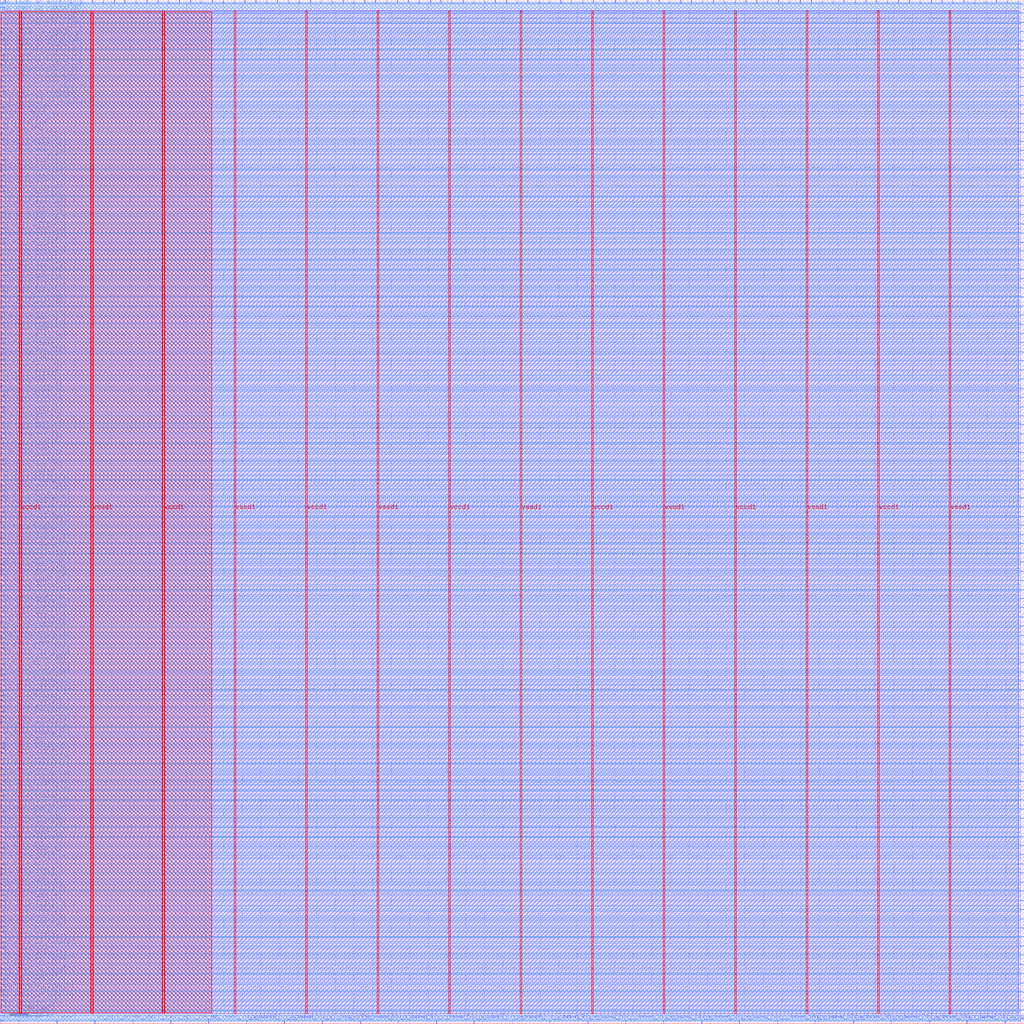
<source format=lef>
VERSION 5.7 ;
  NOWIREEXTENSIONATPIN ON ;
  DIVIDERCHAR "/" ;
  BUSBITCHARS "[]" ;
MACRO WB_InterConnect
  CLASS BLOCK ;
  FOREIGN WB_InterConnect ;
  ORIGIN 0.000 0.000 ;
  SIZE 1100.000 BY 1100.000 ;
  PIN clock
    DIRECTION INPUT ;
    USE SIGNAL ;
    PORT
      LAYER met2 ;
        RECT 20.330 0.000 20.610 4.000 ;
    END
  END clock
  PIN io_dbus_addr[0]
    DIRECTION INPUT ;
    USE SIGNAL ;
    PORT
      LAYER met3 ;
        RECT 0.000 19.080 4.000 19.680 ;
    END
  END io_dbus_addr[0]
  PIN io_dbus_addr[10]
    DIRECTION INPUT ;
    USE SIGNAL ;
    PORT
      LAYER met3 ;
        RECT 0.000 216.960 4.000 217.560 ;
    END
  END io_dbus_addr[10]
  PIN io_dbus_addr[11]
    DIRECTION INPUT ;
    USE SIGNAL ;
    PORT
      LAYER met3 ;
        RECT 0.000 233.960 4.000 234.560 ;
    END
  END io_dbus_addr[11]
  PIN io_dbus_addr[12]
    DIRECTION INPUT ;
    USE SIGNAL ;
    PORT
      LAYER met3 ;
        RECT 0.000 250.960 4.000 251.560 ;
    END
  END io_dbus_addr[12]
  PIN io_dbus_addr[13]
    DIRECTION INPUT ;
    USE SIGNAL ;
    PORT
      LAYER met3 ;
        RECT 0.000 267.280 4.000 267.880 ;
    END
  END io_dbus_addr[13]
  PIN io_dbus_addr[14]
    DIRECTION INPUT ;
    USE SIGNAL ;
    PORT
      LAYER met3 ;
        RECT 0.000 284.280 4.000 284.880 ;
    END
  END io_dbus_addr[14]
  PIN io_dbus_addr[15]
    DIRECTION INPUT ;
    USE SIGNAL ;
    PORT
      LAYER met3 ;
        RECT 0.000 301.280 4.000 301.880 ;
    END
  END io_dbus_addr[15]
  PIN io_dbus_addr[16]
    DIRECTION INPUT ;
    USE SIGNAL ;
    PORT
      LAYER met3 ;
        RECT 0.000 318.280 4.000 318.880 ;
    END
  END io_dbus_addr[16]
  PIN io_dbus_addr[17]
    DIRECTION INPUT ;
    USE SIGNAL ;
    PORT
      LAYER met3 ;
        RECT 0.000 335.280 4.000 335.880 ;
    END
  END io_dbus_addr[17]
  PIN io_dbus_addr[18]
    DIRECTION INPUT ;
    USE SIGNAL ;
    PORT
      LAYER met3 ;
        RECT 0.000 352.280 4.000 352.880 ;
    END
  END io_dbus_addr[18]
  PIN io_dbus_addr[19]
    DIRECTION INPUT ;
    USE SIGNAL ;
    PORT
      LAYER met3 ;
        RECT 0.000 369.280 4.000 369.880 ;
    END
  END io_dbus_addr[19]
  PIN io_dbus_addr[1]
    DIRECTION INPUT ;
    USE SIGNAL ;
    PORT
      LAYER met3 ;
        RECT 0.000 47.640 4.000 48.240 ;
    END
  END io_dbus_addr[1]
  PIN io_dbus_addr[20]
    DIRECTION INPUT ;
    USE SIGNAL ;
    PORT
      LAYER met3 ;
        RECT 0.000 386.280 4.000 386.880 ;
    END
  END io_dbus_addr[20]
  PIN io_dbus_addr[21]
    DIRECTION INPUT ;
    USE SIGNAL ;
    PORT
      LAYER met3 ;
        RECT 0.000 403.280 4.000 403.880 ;
    END
  END io_dbus_addr[21]
  PIN io_dbus_addr[22]
    DIRECTION INPUT ;
    USE SIGNAL ;
    PORT
      LAYER met3 ;
        RECT 0.000 420.280 4.000 420.880 ;
    END
  END io_dbus_addr[22]
  PIN io_dbus_addr[23]
    DIRECTION INPUT ;
    USE SIGNAL ;
    PORT
      LAYER met3 ;
        RECT 0.000 436.600 4.000 437.200 ;
    END
  END io_dbus_addr[23]
  PIN io_dbus_addr[24]
    DIRECTION INPUT ;
    USE SIGNAL ;
    PORT
      LAYER met3 ;
        RECT 0.000 453.600 4.000 454.200 ;
    END
  END io_dbus_addr[24]
  PIN io_dbus_addr[25]
    DIRECTION INPUT ;
    USE SIGNAL ;
    PORT
      LAYER met3 ;
        RECT 0.000 470.600 4.000 471.200 ;
    END
  END io_dbus_addr[25]
  PIN io_dbus_addr[26]
    DIRECTION INPUT ;
    USE SIGNAL ;
    PORT
      LAYER met3 ;
        RECT 0.000 487.600 4.000 488.200 ;
    END
  END io_dbus_addr[26]
  PIN io_dbus_addr[27]
    DIRECTION INPUT ;
    USE SIGNAL ;
    PORT
      LAYER met3 ;
        RECT 0.000 504.600 4.000 505.200 ;
    END
  END io_dbus_addr[27]
  PIN io_dbus_addr[28]
    DIRECTION INPUT ;
    USE SIGNAL ;
    PORT
      LAYER met3 ;
        RECT 0.000 521.600 4.000 522.200 ;
    END
  END io_dbus_addr[28]
  PIN io_dbus_addr[29]
    DIRECTION INPUT ;
    USE SIGNAL ;
    PORT
      LAYER met3 ;
        RECT 0.000 538.600 4.000 539.200 ;
    END
  END io_dbus_addr[29]
  PIN io_dbus_addr[2]
    DIRECTION INPUT ;
    USE SIGNAL ;
    PORT
      LAYER met3 ;
        RECT 0.000 75.520 4.000 76.120 ;
    END
  END io_dbus_addr[2]
  PIN io_dbus_addr[30]
    DIRECTION INPUT ;
    USE SIGNAL ;
    PORT
      LAYER met3 ;
        RECT 0.000 555.600 4.000 556.200 ;
    END
  END io_dbus_addr[30]
  PIN io_dbus_addr[31]
    DIRECTION INPUT ;
    USE SIGNAL ;
    PORT
      LAYER met3 ;
        RECT 0.000 572.600 4.000 573.200 ;
    END
  END io_dbus_addr[31]
  PIN io_dbus_addr[3]
    DIRECTION INPUT ;
    USE SIGNAL ;
    PORT
      LAYER met3 ;
        RECT 0.000 98.640 4.000 99.240 ;
    END
  END io_dbus_addr[3]
  PIN io_dbus_addr[4]
    DIRECTION INPUT ;
    USE SIGNAL ;
    PORT
      LAYER met3 ;
        RECT 0.000 114.960 4.000 115.560 ;
    END
  END io_dbus_addr[4]
  PIN io_dbus_addr[5]
    DIRECTION INPUT ;
    USE SIGNAL ;
    PORT
      LAYER met3 ;
        RECT 0.000 131.960 4.000 132.560 ;
    END
  END io_dbus_addr[5]
  PIN io_dbus_addr[6]
    DIRECTION INPUT ;
    USE SIGNAL ;
    PORT
      LAYER met3 ;
        RECT 0.000 148.960 4.000 149.560 ;
    END
  END io_dbus_addr[6]
  PIN io_dbus_addr[7]
    DIRECTION INPUT ;
    USE SIGNAL ;
    PORT
      LAYER met3 ;
        RECT 0.000 165.960 4.000 166.560 ;
    END
  END io_dbus_addr[7]
  PIN io_dbus_addr[8]
    DIRECTION INPUT ;
    USE SIGNAL ;
    PORT
      LAYER met3 ;
        RECT 0.000 182.960 4.000 183.560 ;
    END
  END io_dbus_addr[8]
  PIN io_dbus_addr[9]
    DIRECTION INPUT ;
    USE SIGNAL ;
    PORT
      LAYER met3 ;
        RECT 0.000 199.960 4.000 200.560 ;
    END
  END io_dbus_addr[9]
  PIN io_dbus_ld_type[0]
    DIRECTION INPUT ;
    USE SIGNAL ;
    PORT
      LAYER met3 ;
        RECT 0.000 25.200 4.000 25.800 ;
    END
  END io_dbus_ld_type[0]
  PIN io_dbus_ld_type[1]
    DIRECTION INPUT ;
    USE SIGNAL ;
    PORT
      LAYER met3 ;
        RECT 0.000 53.080 4.000 53.680 ;
    END
  END io_dbus_ld_type[1]
  PIN io_dbus_ld_type[2]
    DIRECTION INPUT ;
    USE SIGNAL ;
    PORT
      LAYER met3 ;
        RECT 0.000 81.640 4.000 82.240 ;
    END
  END io_dbus_ld_type[2]
  PIN io_dbus_rd_en
    DIRECTION INPUT ;
    USE SIGNAL ;
    PORT
      LAYER met3 ;
        RECT 0.000 2.760 4.000 3.360 ;
    END
  END io_dbus_rd_en
  PIN io_dbus_rdata[0]
    DIRECTION OUTPUT TRISTATE ;
    USE SIGNAL ;
    PORT
      LAYER met3 ;
        RECT 0.000 30.640 4.000 31.240 ;
    END
  END io_dbus_rdata[0]
  PIN io_dbus_rdata[10]
    DIRECTION OUTPUT TRISTATE ;
    USE SIGNAL ;
    PORT
      LAYER met3 ;
        RECT 0.000 222.400 4.000 223.000 ;
    END
  END io_dbus_rdata[10]
  PIN io_dbus_rdata[11]
    DIRECTION OUTPUT TRISTATE ;
    USE SIGNAL ;
    PORT
      LAYER met3 ;
        RECT 0.000 239.400 4.000 240.000 ;
    END
  END io_dbus_rdata[11]
  PIN io_dbus_rdata[12]
    DIRECTION OUTPUT TRISTATE ;
    USE SIGNAL ;
    PORT
      LAYER met3 ;
        RECT 0.000 256.400 4.000 257.000 ;
    END
  END io_dbus_rdata[12]
  PIN io_dbus_rdata[13]
    DIRECTION OUTPUT TRISTATE ;
    USE SIGNAL ;
    PORT
      LAYER met3 ;
        RECT 0.000 273.400 4.000 274.000 ;
    END
  END io_dbus_rdata[13]
  PIN io_dbus_rdata[14]
    DIRECTION OUTPUT TRISTATE ;
    USE SIGNAL ;
    PORT
      LAYER met3 ;
        RECT 0.000 290.400 4.000 291.000 ;
    END
  END io_dbus_rdata[14]
  PIN io_dbus_rdata[15]
    DIRECTION OUTPUT TRISTATE ;
    USE SIGNAL ;
    PORT
      LAYER met3 ;
        RECT 0.000 307.400 4.000 308.000 ;
    END
  END io_dbus_rdata[15]
  PIN io_dbus_rdata[16]
    DIRECTION OUTPUT TRISTATE ;
    USE SIGNAL ;
    PORT
      LAYER met3 ;
        RECT 0.000 323.720 4.000 324.320 ;
    END
  END io_dbus_rdata[16]
  PIN io_dbus_rdata[17]
    DIRECTION OUTPUT TRISTATE ;
    USE SIGNAL ;
    PORT
      LAYER met3 ;
        RECT 0.000 340.720 4.000 341.320 ;
    END
  END io_dbus_rdata[17]
  PIN io_dbus_rdata[18]
    DIRECTION OUTPUT TRISTATE ;
    USE SIGNAL ;
    PORT
      LAYER met3 ;
        RECT 0.000 357.720 4.000 358.320 ;
    END
  END io_dbus_rdata[18]
  PIN io_dbus_rdata[19]
    DIRECTION OUTPUT TRISTATE ;
    USE SIGNAL ;
    PORT
      LAYER met3 ;
        RECT 0.000 374.720 4.000 375.320 ;
    END
  END io_dbus_rdata[19]
  PIN io_dbus_rdata[1]
    DIRECTION OUTPUT TRISTATE ;
    USE SIGNAL ;
    PORT
      LAYER met3 ;
        RECT 0.000 58.520 4.000 59.120 ;
    END
  END io_dbus_rdata[1]
  PIN io_dbus_rdata[20]
    DIRECTION OUTPUT TRISTATE ;
    USE SIGNAL ;
    PORT
      LAYER met3 ;
        RECT 0.000 391.720 4.000 392.320 ;
    END
  END io_dbus_rdata[20]
  PIN io_dbus_rdata[21]
    DIRECTION OUTPUT TRISTATE ;
    USE SIGNAL ;
    PORT
      LAYER met3 ;
        RECT 0.000 408.720 4.000 409.320 ;
    END
  END io_dbus_rdata[21]
  PIN io_dbus_rdata[22]
    DIRECTION OUTPUT TRISTATE ;
    USE SIGNAL ;
    PORT
      LAYER met3 ;
        RECT 0.000 425.720 4.000 426.320 ;
    END
  END io_dbus_rdata[22]
  PIN io_dbus_rdata[23]
    DIRECTION OUTPUT TRISTATE ;
    USE SIGNAL ;
    PORT
      LAYER met3 ;
        RECT 0.000 442.720 4.000 443.320 ;
    END
  END io_dbus_rdata[23]
  PIN io_dbus_rdata[24]
    DIRECTION OUTPUT TRISTATE ;
    USE SIGNAL ;
    PORT
      LAYER met3 ;
        RECT 0.000 459.720 4.000 460.320 ;
    END
  END io_dbus_rdata[24]
  PIN io_dbus_rdata[25]
    DIRECTION OUTPUT TRISTATE ;
    USE SIGNAL ;
    PORT
      LAYER met3 ;
        RECT 0.000 476.040 4.000 476.640 ;
    END
  END io_dbus_rdata[25]
  PIN io_dbus_rdata[26]
    DIRECTION OUTPUT TRISTATE ;
    USE SIGNAL ;
    PORT
      LAYER met3 ;
        RECT 0.000 493.040 4.000 493.640 ;
    END
  END io_dbus_rdata[26]
  PIN io_dbus_rdata[27]
    DIRECTION OUTPUT TRISTATE ;
    USE SIGNAL ;
    PORT
      LAYER met3 ;
        RECT 0.000 510.040 4.000 510.640 ;
    END
  END io_dbus_rdata[27]
  PIN io_dbus_rdata[28]
    DIRECTION OUTPUT TRISTATE ;
    USE SIGNAL ;
    PORT
      LAYER met3 ;
        RECT 0.000 527.040 4.000 527.640 ;
    END
  END io_dbus_rdata[28]
  PIN io_dbus_rdata[29]
    DIRECTION OUTPUT TRISTATE ;
    USE SIGNAL ;
    PORT
      LAYER met3 ;
        RECT 0.000 544.040 4.000 544.640 ;
    END
  END io_dbus_rdata[29]
  PIN io_dbus_rdata[2]
    DIRECTION OUTPUT TRISTATE ;
    USE SIGNAL ;
    PORT
      LAYER met3 ;
        RECT 0.000 87.080 4.000 87.680 ;
    END
  END io_dbus_rdata[2]
  PIN io_dbus_rdata[30]
    DIRECTION OUTPUT TRISTATE ;
    USE SIGNAL ;
    PORT
      LAYER met3 ;
        RECT 0.000 561.040 4.000 561.640 ;
    END
  END io_dbus_rdata[30]
  PIN io_dbus_rdata[31]
    DIRECTION OUTPUT TRISTATE ;
    USE SIGNAL ;
    PORT
      LAYER met3 ;
        RECT 0.000 578.040 4.000 578.640 ;
    END
  END io_dbus_rdata[31]
  PIN io_dbus_rdata[3]
    DIRECTION OUTPUT TRISTATE ;
    USE SIGNAL ;
    PORT
      LAYER met3 ;
        RECT 0.000 104.080 4.000 104.680 ;
    END
  END io_dbus_rdata[3]
  PIN io_dbus_rdata[4]
    DIRECTION OUTPUT TRISTATE ;
    USE SIGNAL ;
    PORT
      LAYER met3 ;
        RECT 0.000 121.080 4.000 121.680 ;
    END
  END io_dbus_rdata[4]
  PIN io_dbus_rdata[5]
    DIRECTION OUTPUT TRISTATE ;
    USE SIGNAL ;
    PORT
      LAYER met3 ;
        RECT 0.000 138.080 4.000 138.680 ;
    END
  END io_dbus_rdata[5]
  PIN io_dbus_rdata[6]
    DIRECTION OUTPUT TRISTATE ;
    USE SIGNAL ;
    PORT
      LAYER met3 ;
        RECT 0.000 155.080 4.000 155.680 ;
    END
  END io_dbus_rdata[6]
  PIN io_dbus_rdata[7]
    DIRECTION OUTPUT TRISTATE ;
    USE SIGNAL ;
    PORT
      LAYER met3 ;
        RECT 0.000 171.400 4.000 172.000 ;
    END
  END io_dbus_rdata[7]
  PIN io_dbus_rdata[8]
    DIRECTION OUTPUT TRISTATE ;
    USE SIGNAL ;
    PORT
      LAYER met3 ;
        RECT 0.000 188.400 4.000 189.000 ;
    END
  END io_dbus_rdata[8]
  PIN io_dbus_rdata[9]
    DIRECTION OUTPUT TRISTATE ;
    USE SIGNAL ;
    PORT
      LAYER met3 ;
        RECT 0.000 205.400 4.000 206.000 ;
    END
  END io_dbus_rdata[9]
  PIN io_dbus_st_type[0]
    DIRECTION INPUT ;
    USE SIGNAL ;
    PORT
      LAYER met3 ;
        RECT 0.000 36.080 4.000 36.680 ;
    END
  END io_dbus_st_type[0]
  PIN io_dbus_st_type[1]
    DIRECTION INPUT ;
    USE SIGNAL ;
    PORT
      LAYER met3 ;
        RECT 0.000 64.640 4.000 65.240 ;
    END
  END io_dbus_st_type[1]
  PIN io_dbus_valid
    DIRECTION OUTPUT TRISTATE ;
    USE SIGNAL ;
    PORT
      LAYER met3 ;
        RECT 0.000 8.200 4.000 8.800 ;
    END
  END io_dbus_valid
  PIN io_dbus_wdata[0]
    DIRECTION INPUT ;
    USE SIGNAL ;
    PORT
      LAYER met3 ;
        RECT 0.000 42.200 4.000 42.800 ;
    END
  END io_dbus_wdata[0]
  PIN io_dbus_wdata[10]
    DIRECTION INPUT ;
    USE SIGNAL ;
    PORT
      LAYER met3 ;
        RECT 0.000 227.840 4.000 228.440 ;
    END
  END io_dbus_wdata[10]
  PIN io_dbus_wdata[11]
    DIRECTION INPUT ;
    USE SIGNAL ;
    PORT
      LAYER met3 ;
        RECT 0.000 244.840 4.000 245.440 ;
    END
  END io_dbus_wdata[11]
  PIN io_dbus_wdata[12]
    DIRECTION INPUT ;
    USE SIGNAL ;
    PORT
      LAYER met3 ;
        RECT 0.000 261.840 4.000 262.440 ;
    END
  END io_dbus_wdata[12]
  PIN io_dbus_wdata[13]
    DIRECTION INPUT ;
    USE SIGNAL ;
    PORT
      LAYER met3 ;
        RECT 0.000 278.840 4.000 279.440 ;
    END
  END io_dbus_wdata[13]
  PIN io_dbus_wdata[14]
    DIRECTION INPUT ;
    USE SIGNAL ;
    PORT
      LAYER met3 ;
        RECT 0.000 295.840 4.000 296.440 ;
    END
  END io_dbus_wdata[14]
  PIN io_dbus_wdata[15]
    DIRECTION INPUT ;
    USE SIGNAL ;
    PORT
      LAYER met3 ;
        RECT 0.000 312.840 4.000 313.440 ;
    END
  END io_dbus_wdata[15]
  PIN io_dbus_wdata[16]
    DIRECTION INPUT ;
    USE SIGNAL ;
    PORT
      LAYER met3 ;
        RECT 0.000 329.840 4.000 330.440 ;
    END
  END io_dbus_wdata[16]
  PIN io_dbus_wdata[17]
    DIRECTION INPUT ;
    USE SIGNAL ;
    PORT
      LAYER met3 ;
        RECT 0.000 346.840 4.000 347.440 ;
    END
  END io_dbus_wdata[17]
  PIN io_dbus_wdata[18]
    DIRECTION INPUT ;
    USE SIGNAL ;
    PORT
      LAYER met3 ;
        RECT 0.000 363.840 4.000 364.440 ;
    END
  END io_dbus_wdata[18]
  PIN io_dbus_wdata[19]
    DIRECTION INPUT ;
    USE SIGNAL ;
    PORT
      LAYER met3 ;
        RECT 0.000 380.160 4.000 380.760 ;
    END
  END io_dbus_wdata[19]
  PIN io_dbus_wdata[1]
    DIRECTION INPUT ;
    USE SIGNAL ;
    PORT
      LAYER met3 ;
        RECT 0.000 70.080 4.000 70.680 ;
    END
  END io_dbus_wdata[1]
  PIN io_dbus_wdata[20]
    DIRECTION INPUT ;
    USE SIGNAL ;
    PORT
      LAYER met3 ;
        RECT 0.000 397.160 4.000 397.760 ;
    END
  END io_dbus_wdata[20]
  PIN io_dbus_wdata[21]
    DIRECTION INPUT ;
    USE SIGNAL ;
    PORT
      LAYER met3 ;
        RECT 0.000 414.160 4.000 414.760 ;
    END
  END io_dbus_wdata[21]
  PIN io_dbus_wdata[22]
    DIRECTION INPUT ;
    USE SIGNAL ;
    PORT
      LAYER met3 ;
        RECT 0.000 431.160 4.000 431.760 ;
    END
  END io_dbus_wdata[22]
  PIN io_dbus_wdata[23]
    DIRECTION INPUT ;
    USE SIGNAL ;
    PORT
      LAYER met3 ;
        RECT 0.000 448.160 4.000 448.760 ;
    END
  END io_dbus_wdata[23]
  PIN io_dbus_wdata[24]
    DIRECTION INPUT ;
    USE SIGNAL ;
    PORT
      LAYER met3 ;
        RECT 0.000 465.160 4.000 465.760 ;
    END
  END io_dbus_wdata[24]
  PIN io_dbus_wdata[25]
    DIRECTION INPUT ;
    USE SIGNAL ;
    PORT
      LAYER met3 ;
        RECT 0.000 482.160 4.000 482.760 ;
    END
  END io_dbus_wdata[25]
  PIN io_dbus_wdata[26]
    DIRECTION INPUT ;
    USE SIGNAL ;
    PORT
      LAYER met3 ;
        RECT 0.000 499.160 4.000 499.760 ;
    END
  END io_dbus_wdata[26]
  PIN io_dbus_wdata[27]
    DIRECTION INPUT ;
    USE SIGNAL ;
    PORT
      LAYER met3 ;
        RECT 0.000 516.160 4.000 516.760 ;
    END
  END io_dbus_wdata[27]
  PIN io_dbus_wdata[28]
    DIRECTION INPUT ;
    USE SIGNAL ;
    PORT
      LAYER met3 ;
        RECT 0.000 532.480 4.000 533.080 ;
    END
  END io_dbus_wdata[28]
  PIN io_dbus_wdata[29]
    DIRECTION INPUT ;
    USE SIGNAL ;
    PORT
      LAYER met3 ;
        RECT 0.000 549.480 4.000 550.080 ;
    END
  END io_dbus_wdata[29]
  PIN io_dbus_wdata[2]
    DIRECTION INPUT ;
    USE SIGNAL ;
    PORT
      LAYER met3 ;
        RECT 0.000 92.520 4.000 93.120 ;
    END
  END io_dbus_wdata[2]
  PIN io_dbus_wdata[30]
    DIRECTION INPUT ;
    USE SIGNAL ;
    PORT
      LAYER met3 ;
        RECT 0.000 566.480 4.000 567.080 ;
    END
  END io_dbus_wdata[30]
  PIN io_dbus_wdata[31]
    DIRECTION INPUT ;
    USE SIGNAL ;
    PORT
      LAYER met3 ;
        RECT 0.000 583.480 4.000 584.080 ;
    END
  END io_dbus_wdata[31]
  PIN io_dbus_wdata[3]
    DIRECTION INPUT ;
    USE SIGNAL ;
    PORT
      LAYER met3 ;
        RECT 0.000 109.520 4.000 110.120 ;
    END
  END io_dbus_wdata[3]
  PIN io_dbus_wdata[4]
    DIRECTION INPUT ;
    USE SIGNAL ;
    PORT
      LAYER met3 ;
        RECT 0.000 126.520 4.000 127.120 ;
    END
  END io_dbus_wdata[4]
  PIN io_dbus_wdata[5]
    DIRECTION INPUT ;
    USE SIGNAL ;
    PORT
      LAYER met3 ;
        RECT 0.000 143.520 4.000 144.120 ;
    END
  END io_dbus_wdata[5]
  PIN io_dbus_wdata[6]
    DIRECTION INPUT ;
    USE SIGNAL ;
    PORT
      LAYER met3 ;
        RECT 0.000 160.520 4.000 161.120 ;
    END
  END io_dbus_wdata[6]
  PIN io_dbus_wdata[7]
    DIRECTION INPUT ;
    USE SIGNAL ;
    PORT
      LAYER met3 ;
        RECT 0.000 177.520 4.000 178.120 ;
    END
  END io_dbus_wdata[7]
  PIN io_dbus_wdata[8]
    DIRECTION INPUT ;
    USE SIGNAL ;
    PORT
      LAYER met3 ;
        RECT 0.000 194.520 4.000 195.120 ;
    END
  END io_dbus_wdata[8]
  PIN io_dbus_wdata[9]
    DIRECTION INPUT ;
    USE SIGNAL ;
    PORT
      LAYER met3 ;
        RECT 0.000 211.520 4.000 212.120 ;
    END
  END io_dbus_wdata[9]
  PIN io_dbus_wr_en
    DIRECTION INPUT ;
    USE SIGNAL ;
    PORT
      LAYER met3 ;
        RECT 0.000 13.640 4.000 14.240 ;
    END
  END io_dbus_wr_en
  PIN io_dmem_io_addr[0]
    DIRECTION OUTPUT TRISTATE ;
    USE SIGNAL ;
    PORT
      LAYER met2 ;
        RECT 28.610 1096.000 28.890 1100.000 ;
    END
  END io_dmem_io_addr[0]
  PIN io_dmem_io_addr[1]
    DIRECTION OUTPUT TRISTATE ;
    USE SIGNAL ;
    PORT
      LAYER met2 ;
        RECT 75.530 1096.000 75.810 1100.000 ;
    END
  END io_dmem_io_addr[1]
  PIN io_dmem_io_addr[2]
    DIRECTION OUTPUT TRISTATE ;
    USE SIGNAL ;
    PORT
      LAYER met2 ;
        RECT 122.450 1096.000 122.730 1100.000 ;
    END
  END io_dmem_io_addr[2]
  PIN io_dmem_io_addr[3]
    DIRECTION OUTPUT TRISTATE ;
    USE SIGNAL ;
    PORT
      LAYER met2 ;
        RECT 169.370 1096.000 169.650 1100.000 ;
    END
  END io_dmem_io_addr[3]
  PIN io_dmem_io_addr[4]
    DIRECTION OUTPUT TRISTATE ;
    USE SIGNAL ;
    PORT
      LAYER met2 ;
        RECT 215.830 1096.000 216.110 1100.000 ;
    END
  END io_dmem_io_addr[4]
  PIN io_dmem_io_addr[5]
    DIRECTION OUTPUT TRISTATE ;
    USE SIGNAL ;
    PORT
      LAYER met2 ;
        RECT 251.250 1096.000 251.530 1100.000 ;
    END
  END io_dmem_io_addr[5]
  PIN io_dmem_io_addr[6]
    DIRECTION OUTPUT TRISTATE ;
    USE SIGNAL ;
    PORT
      LAYER met2 ;
        RECT 286.210 1096.000 286.490 1100.000 ;
    END
  END io_dmem_io_addr[6]
  PIN io_dmem_io_addr[7]
    DIRECTION OUTPUT TRISTATE ;
    USE SIGNAL ;
    PORT
      LAYER met2 ;
        RECT 321.170 1096.000 321.450 1100.000 ;
    END
  END io_dmem_io_addr[7]
  PIN io_dmem_io_cs
    DIRECTION OUTPUT TRISTATE ;
    USE SIGNAL ;
    PORT
      LAYER met2 ;
        RECT 5.610 1096.000 5.890 1100.000 ;
    END
  END io_dmem_io_cs
  PIN io_dmem_io_rdata[0]
    DIRECTION INPUT ;
    USE SIGNAL ;
    PORT
      LAYER met2 ;
        RECT 40.570 1096.000 40.850 1100.000 ;
    END
  END io_dmem_io_rdata[0]
  PIN io_dmem_io_rdata[10]
    DIRECTION INPUT ;
    USE SIGNAL ;
    PORT
      LAYER met2 ;
        RECT 403.050 1096.000 403.330 1100.000 ;
    END
  END io_dmem_io_rdata[10]
  PIN io_dmem_io_rdata[11]
    DIRECTION INPUT ;
    USE SIGNAL ;
    PORT
      LAYER met2 ;
        RECT 426.510 1096.000 426.790 1100.000 ;
    END
  END io_dmem_io_rdata[11]
  PIN io_dmem_io_rdata[12]
    DIRECTION INPUT ;
    USE SIGNAL ;
    PORT
      LAYER met2 ;
        RECT 449.970 1096.000 450.250 1100.000 ;
    END
  END io_dmem_io_rdata[12]
  PIN io_dmem_io_rdata[13]
    DIRECTION INPUT ;
    USE SIGNAL ;
    PORT
      LAYER met2 ;
        RECT 473.430 1096.000 473.710 1100.000 ;
    END
  END io_dmem_io_rdata[13]
  PIN io_dmem_io_rdata[14]
    DIRECTION INPUT ;
    USE SIGNAL ;
    PORT
      LAYER met2 ;
        RECT 496.890 1096.000 497.170 1100.000 ;
    END
  END io_dmem_io_rdata[14]
  PIN io_dmem_io_rdata[15]
    DIRECTION INPUT ;
    USE SIGNAL ;
    PORT
      LAYER met2 ;
        RECT 520.350 1096.000 520.630 1100.000 ;
    END
  END io_dmem_io_rdata[15]
  PIN io_dmem_io_rdata[16]
    DIRECTION INPUT ;
    USE SIGNAL ;
    PORT
      LAYER met2 ;
        RECT 543.810 1096.000 544.090 1100.000 ;
    END
  END io_dmem_io_rdata[16]
  PIN io_dmem_io_rdata[17]
    DIRECTION INPUT ;
    USE SIGNAL ;
    PORT
      LAYER met2 ;
        RECT 566.810 1096.000 567.090 1100.000 ;
    END
  END io_dmem_io_rdata[17]
  PIN io_dmem_io_rdata[18]
    DIRECTION INPUT ;
    USE SIGNAL ;
    PORT
      LAYER met2 ;
        RECT 590.270 1096.000 590.550 1100.000 ;
    END
  END io_dmem_io_rdata[18]
  PIN io_dmem_io_rdata[19]
    DIRECTION INPUT ;
    USE SIGNAL ;
    PORT
      LAYER met2 ;
        RECT 613.730 1096.000 614.010 1100.000 ;
    END
  END io_dmem_io_rdata[19]
  PIN io_dmem_io_rdata[1]
    DIRECTION INPUT ;
    USE SIGNAL ;
    PORT
      LAYER met2 ;
        RECT 87.490 1096.000 87.770 1100.000 ;
    END
  END io_dmem_io_rdata[1]
  PIN io_dmem_io_rdata[20]
    DIRECTION INPUT ;
    USE SIGNAL ;
    PORT
      LAYER met2 ;
        RECT 637.190 1096.000 637.470 1100.000 ;
    END
  END io_dmem_io_rdata[20]
  PIN io_dmem_io_rdata[21]
    DIRECTION INPUT ;
    USE SIGNAL ;
    PORT
      LAYER met2 ;
        RECT 660.650 1096.000 660.930 1100.000 ;
    END
  END io_dmem_io_rdata[21]
  PIN io_dmem_io_rdata[22]
    DIRECTION INPUT ;
    USE SIGNAL ;
    PORT
      LAYER met2 ;
        RECT 684.110 1096.000 684.390 1100.000 ;
    END
  END io_dmem_io_rdata[22]
  PIN io_dmem_io_rdata[23]
    DIRECTION INPUT ;
    USE SIGNAL ;
    PORT
      LAYER met2 ;
        RECT 707.570 1096.000 707.850 1100.000 ;
    END
  END io_dmem_io_rdata[23]
  PIN io_dmem_io_rdata[24]
    DIRECTION INPUT ;
    USE SIGNAL ;
    PORT
      LAYER met2 ;
        RECT 731.030 1096.000 731.310 1100.000 ;
    END
  END io_dmem_io_rdata[24]
  PIN io_dmem_io_rdata[25]
    DIRECTION INPUT ;
    USE SIGNAL ;
    PORT
      LAYER met2 ;
        RECT 754.030 1096.000 754.310 1100.000 ;
    END
  END io_dmem_io_rdata[25]
  PIN io_dmem_io_rdata[26]
    DIRECTION INPUT ;
    USE SIGNAL ;
    PORT
      LAYER met2 ;
        RECT 777.490 1096.000 777.770 1100.000 ;
    END
  END io_dmem_io_rdata[26]
  PIN io_dmem_io_rdata[27]
    DIRECTION INPUT ;
    USE SIGNAL ;
    PORT
      LAYER met2 ;
        RECT 800.950 1096.000 801.230 1100.000 ;
    END
  END io_dmem_io_rdata[27]
  PIN io_dmem_io_rdata[28]
    DIRECTION INPUT ;
    USE SIGNAL ;
    PORT
      LAYER met2 ;
        RECT 824.410 1096.000 824.690 1100.000 ;
    END
  END io_dmem_io_rdata[28]
  PIN io_dmem_io_rdata[29]
    DIRECTION INPUT ;
    USE SIGNAL ;
    PORT
      LAYER met2 ;
        RECT 847.870 1096.000 848.150 1100.000 ;
    END
  END io_dmem_io_rdata[29]
  PIN io_dmem_io_rdata[2]
    DIRECTION INPUT ;
    USE SIGNAL ;
    PORT
      LAYER met2 ;
        RECT 133.950 1096.000 134.230 1100.000 ;
    END
  END io_dmem_io_rdata[2]
  PIN io_dmem_io_rdata[30]
    DIRECTION INPUT ;
    USE SIGNAL ;
    PORT
      LAYER met2 ;
        RECT 871.330 1096.000 871.610 1100.000 ;
    END
  END io_dmem_io_rdata[30]
  PIN io_dmem_io_rdata[31]
    DIRECTION INPUT ;
    USE SIGNAL ;
    PORT
      LAYER met2 ;
        RECT 894.790 1096.000 895.070 1100.000 ;
    END
  END io_dmem_io_rdata[31]
  PIN io_dmem_io_rdata[3]
    DIRECTION INPUT ;
    USE SIGNAL ;
    PORT
      LAYER met2 ;
        RECT 180.870 1096.000 181.150 1100.000 ;
    END
  END io_dmem_io_rdata[3]
  PIN io_dmem_io_rdata[4]
    DIRECTION INPUT ;
    USE SIGNAL ;
    PORT
      LAYER met2 ;
        RECT 227.790 1096.000 228.070 1100.000 ;
    END
  END io_dmem_io_rdata[4]
  PIN io_dmem_io_rdata[5]
    DIRECTION INPUT ;
    USE SIGNAL ;
    PORT
      LAYER met2 ;
        RECT 262.750 1096.000 263.030 1100.000 ;
    END
  END io_dmem_io_rdata[5]
  PIN io_dmem_io_rdata[6]
    DIRECTION INPUT ;
    USE SIGNAL ;
    PORT
      LAYER met2 ;
        RECT 297.710 1096.000 297.990 1100.000 ;
    END
  END io_dmem_io_rdata[6]
  PIN io_dmem_io_rdata[7]
    DIRECTION INPUT ;
    USE SIGNAL ;
    PORT
      LAYER met2 ;
        RECT 333.130 1096.000 333.410 1100.000 ;
    END
  END io_dmem_io_rdata[7]
  PIN io_dmem_io_rdata[8]
    DIRECTION INPUT ;
    USE SIGNAL ;
    PORT
      LAYER met2 ;
        RECT 356.590 1096.000 356.870 1100.000 ;
    END
  END io_dmem_io_rdata[8]
  PIN io_dmem_io_rdata[9]
    DIRECTION INPUT ;
    USE SIGNAL ;
    PORT
      LAYER met2 ;
        RECT 379.590 1096.000 379.870 1100.000 ;
    END
  END io_dmem_io_rdata[9]
  PIN io_dmem_io_st_type[0]
    DIRECTION OUTPUT TRISTATE ;
    USE SIGNAL ;
    PORT
      LAYER met2 ;
        RECT 52.070 1096.000 52.350 1100.000 ;
    END
  END io_dmem_io_st_type[0]
  PIN io_dmem_io_st_type[1]
    DIRECTION OUTPUT TRISTATE ;
    USE SIGNAL ;
    PORT
      LAYER met2 ;
        RECT 98.990 1096.000 99.270 1100.000 ;
    END
  END io_dmem_io_st_type[1]
  PIN io_dmem_io_st_type[2]
    DIRECTION OUTPUT TRISTATE ;
    USE SIGNAL ;
    PORT
      LAYER met2 ;
        RECT 145.910 1096.000 146.190 1100.000 ;
    END
  END io_dmem_io_st_type[2]
  PIN io_dmem_io_st_type[3]
    DIRECTION OUTPUT TRISTATE ;
    USE SIGNAL ;
    PORT
      LAYER met2 ;
        RECT 192.370 1096.000 192.650 1100.000 ;
    END
  END io_dmem_io_st_type[3]
  PIN io_dmem_io_wdata[0]
    DIRECTION OUTPUT TRISTATE ;
    USE SIGNAL ;
    PORT
      LAYER met2 ;
        RECT 64.030 1096.000 64.310 1100.000 ;
    END
  END io_dmem_io_wdata[0]
  PIN io_dmem_io_wdata[10]
    DIRECTION OUTPUT TRISTATE ;
    USE SIGNAL ;
    PORT
      LAYER met2 ;
        RECT 415.010 1096.000 415.290 1100.000 ;
    END
  END io_dmem_io_wdata[10]
  PIN io_dmem_io_wdata[11]
    DIRECTION OUTPUT TRISTATE ;
    USE SIGNAL ;
    PORT
      LAYER met2 ;
        RECT 438.470 1096.000 438.750 1100.000 ;
    END
  END io_dmem_io_wdata[11]
  PIN io_dmem_io_wdata[12]
    DIRECTION OUTPUT TRISTATE ;
    USE SIGNAL ;
    PORT
      LAYER met2 ;
        RECT 461.930 1096.000 462.210 1100.000 ;
    END
  END io_dmem_io_wdata[12]
  PIN io_dmem_io_wdata[13]
    DIRECTION OUTPUT TRISTATE ;
    USE SIGNAL ;
    PORT
      LAYER met2 ;
        RECT 484.930 1096.000 485.210 1100.000 ;
    END
  END io_dmem_io_wdata[13]
  PIN io_dmem_io_wdata[14]
    DIRECTION OUTPUT TRISTATE ;
    USE SIGNAL ;
    PORT
      LAYER met2 ;
        RECT 508.390 1096.000 508.670 1100.000 ;
    END
  END io_dmem_io_wdata[14]
  PIN io_dmem_io_wdata[15]
    DIRECTION OUTPUT TRISTATE ;
    USE SIGNAL ;
    PORT
      LAYER met2 ;
        RECT 531.850 1096.000 532.130 1100.000 ;
    END
  END io_dmem_io_wdata[15]
  PIN io_dmem_io_wdata[16]
    DIRECTION OUTPUT TRISTATE ;
    USE SIGNAL ;
    PORT
      LAYER met2 ;
        RECT 555.310 1096.000 555.590 1100.000 ;
    END
  END io_dmem_io_wdata[16]
  PIN io_dmem_io_wdata[17]
    DIRECTION OUTPUT TRISTATE ;
    USE SIGNAL ;
    PORT
      LAYER met2 ;
        RECT 578.770 1096.000 579.050 1100.000 ;
    END
  END io_dmem_io_wdata[17]
  PIN io_dmem_io_wdata[18]
    DIRECTION OUTPUT TRISTATE ;
    USE SIGNAL ;
    PORT
      LAYER met2 ;
        RECT 602.230 1096.000 602.510 1100.000 ;
    END
  END io_dmem_io_wdata[18]
  PIN io_dmem_io_wdata[19]
    DIRECTION OUTPUT TRISTATE ;
    USE SIGNAL ;
    PORT
      LAYER met2 ;
        RECT 625.690 1096.000 625.970 1100.000 ;
    END
  END io_dmem_io_wdata[19]
  PIN io_dmem_io_wdata[1]
    DIRECTION OUTPUT TRISTATE ;
    USE SIGNAL ;
    PORT
      LAYER met2 ;
        RECT 110.490 1096.000 110.770 1100.000 ;
    END
  END io_dmem_io_wdata[1]
  PIN io_dmem_io_wdata[20]
    DIRECTION OUTPUT TRISTATE ;
    USE SIGNAL ;
    PORT
      LAYER met2 ;
        RECT 648.690 1096.000 648.970 1100.000 ;
    END
  END io_dmem_io_wdata[20]
  PIN io_dmem_io_wdata[21]
    DIRECTION OUTPUT TRISTATE ;
    USE SIGNAL ;
    PORT
      LAYER met2 ;
        RECT 672.150 1096.000 672.430 1100.000 ;
    END
  END io_dmem_io_wdata[21]
  PIN io_dmem_io_wdata[22]
    DIRECTION OUTPUT TRISTATE ;
    USE SIGNAL ;
    PORT
      LAYER met2 ;
        RECT 695.610 1096.000 695.890 1100.000 ;
    END
  END io_dmem_io_wdata[22]
  PIN io_dmem_io_wdata[23]
    DIRECTION OUTPUT TRISTATE ;
    USE SIGNAL ;
    PORT
      LAYER met2 ;
        RECT 719.070 1096.000 719.350 1100.000 ;
    END
  END io_dmem_io_wdata[23]
  PIN io_dmem_io_wdata[24]
    DIRECTION OUTPUT TRISTATE ;
    USE SIGNAL ;
    PORT
      LAYER met2 ;
        RECT 742.530 1096.000 742.810 1100.000 ;
    END
  END io_dmem_io_wdata[24]
  PIN io_dmem_io_wdata[25]
    DIRECTION OUTPUT TRISTATE ;
    USE SIGNAL ;
    PORT
      LAYER met2 ;
        RECT 765.990 1096.000 766.270 1100.000 ;
    END
  END io_dmem_io_wdata[25]
  PIN io_dmem_io_wdata[26]
    DIRECTION OUTPUT TRISTATE ;
    USE SIGNAL ;
    PORT
      LAYER met2 ;
        RECT 789.450 1096.000 789.730 1100.000 ;
    END
  END io_dmem_io_wdata[26]
  PIN io_dmem_io_wdata[27]
    DIRECTION OUTPUT TRISTATE ;
    USE SIGNAL ;
    PORT
      LAYER met2 ;
        RECT 812.910 1096.000 813.190 1100.000 ;
    END
  END io_dmem_io_wdata[27]
  PIN io_dmem_io_wdata[28]
    DIRECTION OUTPUT TRISTATE ;
    USE SIGNAL ;
    PORT
      LAYER met2 ;
        RECT 835.910 1096.000 836.190 1100.000 ;
    END
  END io_dmem_io_wdata[28]
  PIN io_dmem_io_wdata[29]
    DIRECTION OUTPUT TRISTATE ;
    USE SIGNAL ;
    PORT
      LAYER met2 ;
        RECT 859.370 1096.000 859.650 1100.000 ;
    END
  END io_dmem_io_wdata[29]
  PIN io_dmem_io_wdata[2]
    DIRECTION OUTPUT TRISTATE ;
    USE SIGNAL ;
    PORT
      LAYER met2 ;
        RECT 157.410 1096.000 157.690 1100.000 ;
    END
  END io_dmem_io_wdata[2]
  PIN io_dmem_io_wdata[30]
    DIRECTION OUTPUT TRISTATE ;
    USE SIGNAL ;
    PORT
      LAYER met2 ;
        RECT 882.830 1096.000 883.110 1100.000 ;
    END
  END io_dmem_io_wdata[30]
  PIN io_dmem_io_wdata[31]
    DIRECTION OUTPUT TRISTATE ;
    USE SIGNAL ;
    PORT
      LAYER met2 ;
        RECT 906.290 1096.000 906.570 1100.000 ;
    END
  END io_dmem_io_wdata[31]
  PIN io_dmem_io_wdata[3]
    DIRECTION OUTPUT TRISTATE ;
    USE SIGNAL ;
    PORT
      LAYER met2 ;
        RECT 204.330 1096.000 204.610 1100.000 ;
    END
  END io_dmem_io_wdata[3]
  PIN io_dmem_io_wdata[4]
    DIRECTION OUTPUT TRISTATE ;
    USE SIGNAL ;
    PORT
      LAYER met2 ;
        RECT 239.290 1096.000 239.570 1100.000 ;
    END
  END io_dmem_io_wdata[4]
  PIN io_dmem_io_wdata[5]
    DIRECTION OUTPUT TRISTATE ;
    USE SIGNAL ;
    PORT
      LAYER met2 ;
        RECT 274.710 1096.000 274.990 1100.000 ;
    END
  END io_dmem_io_wdata[5]
  PIN io_dmem_io_wdata[6]
    DIRECTION OUTPUT TRISTATE ;
    USE SIGNAL ;
    PORT
      LAYER met2 ;
        RECT 309.670 1096.000 309.950 1100.000 ;
    END
  END io_dmem_io_wdata[6]
  PIN io_dmem_io_wdata[7]
    DIRECTION OUTPUT TRISTATE ;
    USE SIGNAL ;
    PORT
      LAYER met2 ;
        RECT 344.630 1096.000 344.910 1100.000 ;
    END
  END io_dmem_io_wdata[7]
  PIN io_dmem_io_wdata[8]
    DIRECTION OUTPUT TRISTATE ;
    USE SIGNAL ;
    PORT
      LAYER met2 ;
        RECT 368.090 1096.000 368.370 1100.000 ;
    END
  END io_dmem_io_wdata[8]
  PIN io_dmem_io_wdata[9]
    DIRECTION OUTPUT TRISTATE ;
    USE SIGNAL ;
    PORT
      LAYER met2 ;
        RECT 391.550 1096.000 391.830 1100.000 ;
    END
  END io_dmem_io_wdata[9]
  PIN io_dmem_io_wr_en
    DIRECTION OUTPUT TRISTATE ;
    USE SIGNAL ;
    PORT
      LAYER met2 ;
        RECT 17.110 1096.000 17.390 1100.000 ;
    END
  END io_dmem_io_wr_en
  PIN io_ibus_addr[0]
    DIRECTION INPUT ;
    USE SIGNAL ;
    PORT
      LAYER met3 ;
        RECT 0.000 595.040 4.000 595.640 ;
    END
  END io_ibus_addr[0]
  PIN io_ibus_addr[10]
    DIRECTION INPUT ;
    USE SIGNAL ;
    PORT
      LAYER met3 ;
        RECT 0.000 707.920 4.000 708.520 ;
    END
  END io_ibus_addr[10]
  PIN io_ibus_addr[11]
    DIRECTION INPUT ;
    USE SIGNAL ;
    PORT
      LAYER met3 ;
        RECT 0.000 718.800 4.000 719.400 ;
    END
  END io_ibus_addr[11]
  PIN io_ibus_addr[12]
    DIRECTION INPUT ;
    USE SIGNAL ;
    PORT
      LAYER met3 ;
        RECT 0.000 730.360 4.000 730.960 ;
    END
  END io_ibus_addr[12]
  PIN io_ibus_addr[13]
    DIRECTION INPUT ;
    USE SIGNAL ;
    PORT
      LAYER met3 ;
        RECT 0.000 741.240 4.000 741.840 ;
    END
  END io_ibus_addr[13]
  PIN io_ibus_addr[14]
    DIRECTION INPUT ;
    USE SIGNAL ;
    PORT
      LAYER met3 ;
        RECT 0.000 752.800 4.000 753.400 ;
    END
  END io_ibus_addr[14]
  PIN io_ibus_addr[15]
    DIRECTION INPUT ;
    USE SIGNAL ;
    PORT
      LAYER met3 ;
        RECT 0.000 764.360 4.000 764.960 ;
    END
  END io_ibus_addr[15]
  PIN io_ibus_addr[16]
    DIRECTION INPUT ;
    USE SIGNAL ;
    PORT
      LAYER met3 ;
        RECT 0.000 775.240 4.000 775.840 ;
    END
  END io_ibus_addr[16]
  PIN io_ibus_addr[17]
    DIRECTION INPUT ;
    USE SIGNAL ;
    PORT
      LAYER met3 ;
        RECT 0.000 786.800 4.000 787.400 ;
    END
  END io_ibus_addr[17]
  PIN io_ibus_addr[18]
    DIRECTION INPUT ;
    USE SIGNAL ;
    PORT
      LAYER met3 ;
        RECT 0.000 797.680 4.000 798.280 ;
    END
  END io_ibus_addr[18]
  PIN io_ibus_addr[19]
    DIRECTION INPUT ;
    USE SIGNAL ;
    PORT
      LAYER met3 ;
        RECT 0.000 809.240 4.000 809.840 ;
    END
  END io_ibus_addr[19]
  PIN io_ibus_addr[1]
    DIRECTION INPUT ;
    USE SIGNAL ;
    PORT
      LAYER met3 ;
        RECT 0.000 605.920 4.000 606.520 ;
    END
  END io_ibus_addr[1]
  PIN io_ibus_addr[20]
    DIRECTION INPUT ;
    USE SIGNAL ;
    PORT
      LAYER met3 ;
        RECT 0.000 820.800 4.000 821.400 ;
    END
  END io_ibus_addr[20]
  PIN io_ibus_addr[21]
    DIRECTION INPUT ;
    USE SIGNAL ;
    PORT
      LAYER met3 ;
        RECT 0.000 831.680 4.000 832.280 ;
    END
  END io_ibus_addr[21]
  PIN io_ibus_addr[22]
    DIRECTION INPUT ;
    USE SIGNAL ;
    PORT
      LAYER met3 ;
        RECT 0.000 843.240 4.000 843.840 ;
    END
  END io_ibus_addr[22]
  PIN io_ibus_addr[23]
    DIRECTION INPUT ;
    USE SIGNAL ;
    PORT
      LAYER met3 ;
        RECT 0.000 854.120 4.000 854.720 ;
    END
  END io_ibus_addr[23]
  PIN io_ibus_addr[24]
    DIRECTION INPUT ;
    USE SIGNAL ;
    PORT
      LAYER met3 ;
        RECT 0.000 865.680 4.000 866.280 ;
    END
  END io_ibus_addr[24]
  PIN io_ibus_addr[25]
    DIRECTION INPUT ;
    USE SIGNAL ;
    PORT
      LAYER met3 ;
        RECT 0.000 877.240 4.000 877.840 ;
    END
  END io_ibus_addr[25]
  PIN io_ibus_addr[26]
    DIRECTION INPUT ;
    USE SIGNAL ;
    PORT
      LAYER met3 ;
        RECT 0.000 888.120 4.000 888.720 ;
    END
  END io_ibus_addr[26]
  PIN io_ibus_addr[27]
    DIRECTION INPUT ;
    USE SIGNAL ;
    PORT
      LAYER met3 ;
        RECT 0.000 899.680 4.000 900.280 ;
    END
  END io_ibus_addr[27]
  PIN io_ibus_addr[28]
    DIRECTION INPUT ;
    USE SIGNAL ;
    PORT
      LAYER met3 ;
        RECT 0.000 910.560 4.000 911.160 ;
    END
  END io_ibus_addr[28]
  PIN io_ibus_addr[29]
    DIRECTION INPUT ;
    USE SIGNAL ;
    PORT
      LAYER met3 ;
        RECT 0.000 922.120 4.000 922.720 ;
    END
  END io_ibus_addr[29]
  PIN io_ibus_addr[2]
    DIRECTION INPUT ;
    USE SIGNAL ;
    PORT
      LAYER met3 ;
        RECT 0.000 617.480 4.000 618.080 ;
    END
  END io_ibus_addr[2]
  PIN io_ibus_addr[30]
    DIRECTION INPUT ;
    USE SIGNAL ;
    PORT
      LAYER met3 ;
        RECT 0.000 933.680 4.000 934.280 ;
    END
  END io_ibus_addr[30]
  PIN io_ibus_addr[31]
    DIRECTION INPUT ;
    USE SIGNAL ;
    PORT
      LAYER met3 ;
        RECT 0.000 944.560 4.000 945.160 ;
    END
  END io_ibus_addr[31]
  PIN io_ibus_addr[3]
    DIRECTION INPUT ;
    USE SIGNAL ;
    PORT
      LAYER met3 ;
        RECT 0.000 629.040 4.000 629.640 ;
    END
  END io_ibus_addr[3]
  PIN io_ibus_addr[4]
    DIRECTION INPUT ;
    USE SIGNAL ;
    PORT
      LAYER met3 ;
        RECT 0.000 639.920 4.000 640.520 ;
    END
  END io_ibus_addr[4]
  PIN io_ibus_addr[5]
    DIRECTION INPUT ;
    USE SIGNAL ;
    PORT
      LAYER met3 ;
        RECT 0.000 651.480 4.000 652.080 ;
    END
  END io_ibus_addr[5]
  PIN io_ibus_addr[6]
    DIRECTION INPUT ;
    USE SIGNAL ;
    PORT
      LAYER met3 ;
        RECT 0.000 662.360 4.000 662.960 ;
    END
  END io_ibus_addr[6]
  PIN io_ibus_addr[7]
    DIRECTION INPUT ;
    USE SIGNAL ;
    PORT
      LAYER met3 ;
        RECT 0.000 673.920 4.000 674.520 ;
    END
  END io_ibus_addr[7]
  PIN io_ibus_addr[8]
    DIRECTION INPUT ;
    USE SIGNAL ;
    PORT
      LAYER met3 ;
        RECT 0.000 684.800 4.000 685.400 ;
    END
  END io_ibus_addr[8]
  PIN io_ibus_addr[9]
    DIRECTION INPUT ;
    USE SIGNAL ;
    PORT
      LAYER met3 ;
        RECT 0.000 696.360 4.000 696.960 ;
    END
  END io_ibus_addr[9]
  PIN io_ibus_inst[0]
    DIRECTION OUTPUT TRISTATE ;
    USE SIGNAL ;
    PORT
      LAYER met3 ;
        RECT 0.000 600.480 4.000 601.080 ;
    END
  END io_ibus_inst[0]
  PIN io_ibus_inst[10]
    DIRECTION OUTPUT TRISTATE ;
    USE SIGNAL ;
    PORT
      LAYER met3 ;
        RECT 0.000 713.360 4.000 713.960 ;
    END
  END io_ibus_inst[10]
  PIN io_ibus_inst[11]
    DIRECTION OUTPUT TRISTATE ;
    USE SIGNAL ;
    PORT
      LAYER met3 ;
        RECT 0.000 724.920 4.000 725.520 ;
    END
  END io_ibus_inst[11]
  PIN io_ibus_inst[12]
    DIRECTION OUTPUT TRISTATE ;
    USE SIGNAL ;
    PORT
      LAYER met3 ;
        RECT 0.000 735.800 4.000 736.400 ;
    END
  END io_ibus_inst[12]
  PIN io_ibus_inst[13]
    DIRECTION OUTPUT TRISTATE ;
    USE SIGNAL ;
    PORT
      LAYER met3 ;
        RECT 0.000 747.360 4.000 747.960 ;
    END
  END io_ibus_inst[13]
  PIN io_ibus_inst[14]
    DIRECTION OUTPUT TRISTATE ;
    USE SIGNAL ;
    PORT
      LAYER met3 ;
        RECT 0.000 758.240 4.000 758.840 ;
    END
  END io_ibus_inst[14]
  PIN io_ibus_inst[15]
    DIRECTION OUTPUT TRISTATE ;
    USE SIGNAL ;
    PORT
      LAYER met3 ;
        RECT 0.000 769.800 4.000 770.400 ;
    END
  END io_ibus_inst[15]
  PIN io_ibus_inst[16]
    DIRECTION OUTPUT TRISTATE ;
    USE SIGNAL ;
    PORT
      LAYER met3 ;
        RECT 0.000 781.360 4.000 781.960 ;
    END
  END io_ibus_inst[16]
  PIN io_ibus_inst[17]
    DIRECTION OUTPUT TRISTATE ;
    USE SIGNAL ;
    PORT
      LAYER met3 ;
        RECT 0.000 792.240 4.000 792.840 ;
    END
  END io_ibus_inst[17]
  PIN io_ibus_inst[18]
    DIRECTION OUTPUT TRISTATE ;
    USE SIGNAL ;
    PORT
      LAYER met3 ;
        RECT 0.000 803.800 4.000 804.400 ;
    END
  END io_ibus_inst[18]
  PIN io_ibus_inst[19]
    DIRECTION OUTPUT TRISTATE ;
    USE SIGNAL ;
    PORT
      LAYER met3 ;
        RECT 0.000 814.680 4.000 815.280 ;
    END
  END io_ibus_inst[19]
  PIN io_ibus_inst[1]
    DIRECTION OUTPUT TRISTATE ;
    USE SIGNAL ;
    PORT
      LAYER met3 ;
        RECT 0.000 612.040 4.000 612.640 ;
    END
  END io_ibus_inst[1]
  PIN io_ibus_inst[20]
    DIRECTION OUTPUT TRISTATE ;
    USE SIGNAL ;
    PORT
      LAYER met3 ;
        RECT 0.000 826.240 4.000 826.840 ;
    END
  END io_ibus_inst[20]
  PIN io_ibus_inst[21]
    DIRECTION OUTPUT TRISTATE ;
    USE SIGNAL ;
    PORT
      LAYER met3 ;
        RECT 0.000 837.800 4.000 838.400 ;
    END
  END io_ibus_inst[21]
  PIN io_ibus_inst[22]
    DIRECTION OUTPUT TRISTATE ;
    USE SIGNAL ;
    PORT
      LAYER met3 ;
        RECT 0.000 848.680 4.000 849.280 ;
    END
  END io_ibus_inst[22]
  PIN io_ibus_inst[23]
    DIRECTION OUTPUT TRISTATE ;
    USE SIGNAL ;
    PORT
      LAYER met3 ;
        RECT 0.000 860.240 4.000 860.840 ;
    END
  END io_ibus_inst[23]
  PIN io_ibus_inst[24]
    DIRECTION OUTPUT TRISTATE ;
    USE SIGNAL ;
    PORT
      LAYER met3 ;
        RECT 0.000 871.120 4.000 871.720 ;
    END
  END io_ibus_inst[24]
  PIN io_ibus_inst[25]
    DIRECTION OUTPUT TRISTATE ;
    USE SIGNAL ;
    PORT
      LAYER met3 ;
        RECT 0.000 882.680 4.000 883.280 ;
    END
  END io_ibus_inst[25]
  PIN io_ibus_inst[26]
    DIRECTION OUTPUT TRISTATE ;
    USE SIGNAL ;
    PORT
      LAYER met3 ;
        RECT 0.000 893.560 4.000 894.160 ;
    END
  END io_ibus_inst[26]
  PIN io_ibus_inst[27]
    DIRECTION OUTPUT TRISTATE ;
    USE SIGNAL ;
    PORT
      LAYER met3 ;
        RECT 0.000 905.120 4.000 905.720 ;
    END
  END io_ibus_inst[27]
  PIN io_ibus_inst[28]
    DIRECTION OUTPUT TRISTATE ;
    USE SIGNAL ;
    PORT
      LAYER met3 ;
        RECT 0.000 916.680 4.000 917.280 ;
    END
  END io_ibus_inst[28]
  PIN io_ibus_inst[29]
    DIRECTION OUTPUT TRISTATE ;
    USE SIGNAL ;
    PORT
      LAYER met3 ;
        RECT 0.000 927.560 4.000 928.160 ;
    END
  END io_ibus_inst[29]
  PIN io_ibus_inst[2]
    DIRECTION OUTPUT TRISTATE ;
    USE SIGNAL ;
    PORT
      LAYER met3 ;
        RECT 0.000 622.920 4.000 623.520 ;
    END
  END io_ibus_inst[2]
  PIN io_ibus_inst[30]
    DIRECTION OUTPUT TRISTATE ;
    USE SIGNAL ;
    PORT
      LAYER met3 ;
        RECT 0.000 939.120 4.000 939.720 ;
    END
  END io_ibus_inst[30]
  PIN io_ibus_inst[31]
    DIRECTION OUTPUT TRISTATE ;
    USE SIGNAL ;
    PORT
      LAYER met3 ;
        RECT 0.000 950.000 4.000 950.600 ;
    END
  END io_ibus_inst[31]
  PIN io_ibus_inst[3]
    DIRECTION OUTPUT TRISTATE ;
    USE SIGNAL ;
    PORT
      LAYER met3 ;
        RECT 0.000 634.480 4.000 635.080 ;
    END
  END io_ibus_inst[3]
  PIN io_ibus_inst[4]
    DIRECTION OUTPUT TRISTATE ;
    USE SIGNAL ;
    PORT
      LAYER met3 ;
        RECT 0.000 645.360 4.000 645.960 ;
    END
  END io_ibus_inst[4]
  PIN io_ibus_inst[5]
    DIRECTION OUTPUT TRISTATE ;
    USE SIGNAL ;
    PORT
      LAYER met3 ;
        RECT 0.000 656.920 4.000 657.520 ;
    END
  END io_ibus_inst[5]
  PIN io_ibus_inst[6]
    DIRECTION OUTPUT TRISTATE ;
    USE SIGNAL ;
    PORT
      LAYER met3 ;
        RECT 0.000 668.480 4.000 669.080 ;
    END
  END io_ibus_inst[6]
  PIN io_ibus_inst[7]
    DIRECTION OUTPUT TRISTATE ;
    USE SIGNAL ;
    PORT
      LAYER met3 ;
        RECT 0.000 679.360 4.000 679.960 ;
    END
  END io_ibus_inst[7]
  PIN io_ibus_inst[8]
    DIRECTION OUTPUT TRISTATE ;
    USE SIGNAL ;
    PORT
      LAYER met3 ;
        RECT 0.000 690.920 4.000 691.520 ;
    END
  END io_ibus_inst[8]
  PIN io_ibus_inst[9]
    DIRECTION OUTPUT TRISTATE ;
    USE SIGNAL ;
    PORT
      LAYER met3 ;
        RECT 0.000 701.800 4.000 702.400 ;
    END
  END io_ibus_inst[9]
  PIN io_ibus_valid
    DIRECTION OUTPUT TRISTATE ;
    USE SIGNAL ;
    PORT
      LAYER met3 ;
        RECT 0.000 588.920 4.000 589.520 ;
    END
  END io_ibus_valid
  PIN io_imem_io_addr[0]
    DIRECTION OUTPUT TRISTATE ;
    USE SIGNAL ;
    PORT
      LAYER met2 ;
        RECT 223.650 0.000 223.930 4.000 ;
    END
  END io_imem_io_addr[0]
  PIN io_imem_io_addr[1]
    DIRECTION OUTPUT TRISTATE ;
    USE SIGNAL ;
    PORT
      LAYER met3 ;
        RECT 1096.000 918.040 1100.000 918.640 ;
    END
  END io_imem_io_addr[1]
  PIN io_imem_io_addr[2]
    DIRECTION OUTPUT TRISTATE ;
    USE SIGNAL ;
    PORT
      LAYER met2 ;
        RECT 964.710 1096.000 964.990 1100.000 ;
    END
  END io_imem_io_addr[2]
  PIN io_imem_io_addr[3]
    DIRECTION OUTPUT TRISTATE ;
    USE SIGNAL ;
    PORT
      LAYER met3 ;
        RECT 1096.000 937.760 1100.000 938.360 ;
    END
  END io_imem_io_addr[3]
  PIN io_imem_io_addr[4]
    DIRECTION OUTPUT TRISTATE ;
    USE SIGNAL ;
    PORT
      LAYER met2 ;
        RECT 988.170 1096.000 988.450 1100.000 ;
    END
  END io_imem_io_addr[4]
  PIN io_imem_io_addr[5]
    DIRECTION OUTPUT TRISTATE ;
    USE SIGNAL ;
    PORT
      LAYER met3 ;
        RECT 1096.000 957.480 1100.000 958.080 ;
    END
  END io_imem_io_addr[5]
  PIN io_imem_io_addr[6]
    DIRECTION OUTPUT TRISTATE ;
    USE SIGNAL ;
    PORT
      LAYER met3 ;
        RECT 0.000 1006.440 4.000 1007.040 ;
    END
  END io_imem_io_addr[6]
  PIN io_imem_io_addr[7]
    DIRECTION OUTPUT TRISTATE ;
    USE SIGNAL ;
    PORT
      LAYER met2 ;
        RECT 468.370 0.000 468.650 4.000 ;
    END
  END io_imem_io_addr[7]
  PIN io_imem_io_addr[8]
    DIRECTION OUTPUT TRISTATE ;
    USE SIGNAL ;
    PORT
      LAYER met2 ;
        RECT 508.850 0.000 509.130 4.000 ;
    END
  END io_imem_io_addr[8]
  PIN io_imem_io_cs
    DIRECTION OUTPUT TRISTATE ;
    USE SIGNAL ;
    PORT
      LAYER met2 ;
        RECT 918.250 1096.000 918.530 1100.000 ;
    END
  END io_imem_io_cs
  PIN io_imem_io_rdata[0]
    DIRECTION INPUT ;
    USE SIGNAL ;
    PORT
      LAYER met3 ;
        RECT 1096.000 908.520 1100.000 909.120 ;
    END
  END io_imem_io_rdata[0]
  PIN io_imem_io_rdata[10]
    DIRECTION INPUT ;
    USE SIGNAL ;
    PORT
      LAYER met3 ;
        RECT 1096.000 986.720 1100.000 987.320 ;
    END
  END io_imem_io_rdata[10]
  PIN io_imem_io_rdata[11]
    DIRECTION INPUT ;
    USE SIGNAL ;
    PORT
      LAYER met2 ;
        RECT 631.210 0.000 631.490 4.000 ;
    END
  END io_imem_io_rdata[11]
  PIN io_imem_io_rdata[12]
    DIRECTION INPUT ;
    USE SIGNAL ;
    PORT
      LAYER met3 ;
        RECT 1096.000 996.920 1100.000 997.520 ;
    END
  END io_imem_io_rdata[12]
  PIN io_imem_io_rdata[13]
    DIRECTION INPUT ;
    USE SIGNAL ;
    PORT
      LAYER met3 ;
        RECT 0.000 1023.440 4.000 1024.040 ;
    END
  END io_imem_io_rdata[13]
  PIN io_imem_io_rdata[14]
    DIRECTION INPUT ;
    USE SIGNAL ;
    PORT
      LAYER met3 ;
        RECT 0.000 1035.000 4.000 1035.600 ;
    END
  END io_imem_io_rdata[14]
  PIN io_imem_io_rdata[15]
    DIRECTION INPUT ;
    USE SIGNAL ;
    PORT
      LAYER met3 ;
        RECT 1096.000 1006.440 1100.000 1007.040 ;
    END
  END io_imem_io_rdata[15]
  PIN io_imem_io_rdata[16]
    DIRECTION INPUT ;
    USE SIGNAL ;
    PORT
      LAYER met2 ;
        RECT 794.050 0.000 794.330 4.000 ;
    END
  END io_imem_io_rdata[16]
  PIN io_imem_io_rdata[17]
    DIRECTION INPUT ;
    USE SIGNAL ;
    PORT
      LAYER met3 ;
        RECT 0.000 1046.560 4.000 1047.160 ;
    END
  END io_imem_io_rdata[17]
  PIN io_imem_io_rdata[18]
    DIRECTION INPUT ;
    USE SIGNAL ;
    PORT
      LAYER met2 ;
        RECT 1058.550 1096.000 1058.830 1100.000 ;
    END
  END io_imem_io_rdata[18]
  PIN io_imem_io_rdata[19]
    DIRECTION INPUT ;
    USE SIGNAL ;
    PORT
      LAYER met3 ;
        RECT 0.000 1057.440 4.000 1058.040 ;
    END
  END io_imem_io_rdata[19]
  PIN io_imem_io_rdata[1]
    DIRECTION INPUT ;
    USE SIGNAL ;
    PORT
      LAYER met2 ;
        RECT 941.250 1096.000 941.530 1100.000 ;
    END
  END io_imem_io_rdata[1]
  PIN io_imem_io_rdata[20]
    DIRECTION INPUT ;
    USE SIGNAL ;
    PORT
      LAYER met3 ;
        RECT 1096.000 1015.960 1100.000 1016.560 ;
    END
  END io_imem_io_rdata[20]
  PIN io_imem_io_rdata[21]
    DIRECTION INPUT ;
    USE SIGNAL ;
    PORT
      LAYER met2 ;
        RECT 1082.010 1096.000 1082.290 1100.000 ;
    END
  END io_imem_io_rdata[21]
  PIN io_imem_io_rdata[22]
    DIRECTION INPUT ;
    USE SIGNAL ;
    PORT
      LAYER met3 ;
        RECT 0.000 1062.880 4.000 1063.480 ;
    END
  END io_imem_io_rdata[22]
  PIN io_imem_io_rdata[23]
    DIRECTION INPUT ;
    USE SIGNAL ;
    PORT
      LAYER met3 ;
        RECT 1096.000 1026.160 1100.000 1026.760 ;
    END
  END io_imem_io_rdata[23]
  PIN io_imem_io_rdata[24]
    DIRECTION INPUT ;
    USE SIGNAL ;
    PORT
      LAYER met2 ;
        RECT 997.830 0.000 998.110 4.000 ;
    END
  END io_imem_io_rdata[24]
  PIN io_imem_io_rdata[25]
    DIRECTION INPUT ;
    USE SIGNAL ;
    PORT
      LAYER met3 ;
        RECT 1096.000 1045.880 1100.000 1046.480 ;
    END
  END io_imem_io_rdata[25]
  PIN io_imem_io_rdata[26]
    DIRECTION INPUT ;
    USE SIGNAL ;
    PORT
      LAYER met2 ;
        RECT 1093.510 1096.000 1093.790 1100.000 ;
    END
  END io_imem_io_rdata[26]
  PIN io_imem_io_rdata[27]
    DIRECTION INPUT ;
    USE SIGNAL ;
    PORT
      LAYER met3 ;
        RECT 0.000 1079.880 4.000 1080.480 ;
    END
  END io_imem_io_rdata[27]
  PIN io_imem_io_rdata[28]
    DIRECTION INPUT ;
    USE SIGNAL ;
    PORT
      LAYER met3 ;
        RECT 0.000 1086.000 4.000 1086.600 ;
    END
  END io_imem_io_rdata[28]
  PIN io_imem_io_rdata[29]
    DIRECTION INPUT ;
    USE SIGNAL ;
    PORT
      LAYER met3 ;
        RECT 1096.000 1065.600 1100.000 1066.200 ;
    END
  END io_imem_io_rdata[29]
  PIN io_imem_io_rdata[2]
    DIRECTION INPUT ;
    USE SIGNAL ;
    PORT
      LAYER met2 ;
        RECT 976.670 1096.000 976.950 1100.000 ;
    END
  END io_imem_io_rdata[2]
  PIN io_imem_io_rdata[30]
    DIRECTION INPUT ;
    USE SIGNAL ;
    PORT
      LAYER met3 ;
        RECT 1096.000 1075.120 1100.000 1075.720 ;
    END
  END io_imem_io_rdata[30]
  PIN io_imem_io_rdata[31]
    DIRECTION INPUT ;
    USE SIGNAL ;
    PORT
      LAYER met3 ;
        RECT 1096.000 1094.840 1100.000 1095.440 ;
    END
  END io_imem_io_rdata[31]
  PIN io_imem_io_rdata[3]
    DIRECTION INPUT ;
    USE SIGNAL ;
    PORT
      LAYER met3 ;
        RECT 0.000 995.560 4.000 996.160 ;
    END
  END io_imem_io_rdata[3]
  PIN io_imem_io_rdata[4]
    DIRECTION INPUT ;
    USE SIGNAL ;
    PORT
      LAYER met2 ;
        RECT 1000.130 1096.000 1000.410 1100.000 ;
    END
  END io_imem_io_rdata[4]
  PIN io_imem_io_rdata[5]
    DIRECTION INPUT ;
    USE SIGNAL ;
    PORT
      LAYER met2 ;
        RECT 386.950 0.000 387.230 4.000 ;
    END
  END io_imem_io_rdata[5]
  PIN io_imem_io_rdata[6]
    DIRECTION INPUT ;
    USE SIGNAL ;
    PORT
      LAYER met2 ;
        RECT 427.430 0.000 427.710 4.000 ;
    END
  END io_imem_io_rdata[6]
  PIN io_imem_io_rdata[7]
    DIRECTION INPUT ;
    USE SIGNAL ;
    PORT
      LAYER met3 ;
        RECT 1096.000 967.000 1100.000 967.600 ;
    END
  END io_imem_io_rdata[7]
  PIN io_imem_io_rdata[8]
    DIRECTION INPUT ;
    USE SIGNAL ;
    PORT
      LAYER met2 ;
        RECT 1035.090 1096.000 1035.370 1100.000 ;
    END
  END io_imem_io_rdata[8]
  PIN io_imem_io_rdata[9]
    DIRECTION INPUT ;
    USE SIGNAL ;
    PORT
      LAYER met3 ;
        RECT 0.000 1018.000 4.000 1018.600 ;
    END
  END io_imem_io_rdata[9]
  PIN io_imem_io_st_type[0]
    DIRECTION OUTPUT TRISTATE ;
    USE SIGNAL ;
    PORT
      LAYER met3 ;
        RECT 0.000 984.000 4.000 984.600 ;
    END
  END io_imem_io_st_type[0]
  PIN io_imem_io_st_type[1]
    DIRECTION OUTPUT TRISTATE ;
    USE SIGNAL ;
    PORT
      LAYER met2 ;
        RECT 953.210 1096.000 953.490 1100.000 ;
    END
  END io_imem_io_st_type[1]
  PIN io_imem_io_st_type[2]
    DIRECTION OUTPUT TRISTATE ;
    USE SIGNAL ;
    PORT
      LAYER met2 ;
        RECT 305.070 0.000 305.350 4.000 ;
    END
  END io_imem_io_st_type[2]
  PIN io_imem_io_st_type[3]
    DIRECTION OUTPUT TRISTATE ;
    USE SIGNAL ;
    PORT
      LAYER met3 ;
        RECT 0.000 1001.000 4.000 1001.600 ;
    END
  END io_imem_io_st_type[3]
  PIN io_imem_io_wdata[0]
    DIRECTION OUTPUT TRISTATE ;
    USE SIGNAL ;
    PORT
      LAYER met2 ;
        RECT 264.590 0.000 264.870 4.000 ;
    END
  END io_imem_io_wdata[0]
  PIN io_imem_io_wdata[10]
    DIRECTION OUTPUT TRISTATE ;
    USE SIGNAL ;
    PORT
      LAYER met2 ;
        RECT 590.270 0.000 590.550 4.000 ;
    END
  END io_imem_io_wdata[10]
  PIN io_imem_io_wdata[11]
    DIRECTION OUTPUT TRISTATE ;
    USE SIGNAL ;
    PORT
      LAYER met2 ;
        RECT 671.690 0.000 671.970 4.000 ;
    END
  END io_imem_io_wdata[11]
  PIN io_imem_io_wdata[12]
    DIRECTION OUTPUT TRISTATE ;
    USE SIGNAL ;
    PORT
      LAYER met2 ;
        RECT 712.630 0.000 712.910 4.000 ;
    END
  END io_imem_io_wdata[12]
  PIN io_imem_io_wdata[13]
    DIRECTION OUTPUT TRISTATE ;
    USE SIGNAL ;
    PORT
      LAYER met3 ;
        RECT 0.000 1029.560 4.000 1030.160 ;
    END
  END io_imem_io_wdata[13]
  PIN io_imem_io_wdata[14]
    DIRECTION OUTPUT TRISTATE ;
    USE SIGNAL ;
    PORT
      LAYER met2 ;
        RECT 753.570 0.000 753.850 4.000 ;
    END
  END io_imem_io_wdata[14]
  PIN io_imem_io_wdata[15]
    DIRECTION OUTPUT TRISTATE ;
    USE SIGNAL ;
    PORT
      LAYER met3 ;
        RECT 0.000 1040.440 4.000 1041.040 ;
    END
  END io_imem_io_wdata[15]
  PIN io_imem_io_wdata[16]
    DIRECTION OUTPUT TRISTATE ;
    USE SIGNAL ;
    PORT
      LAYER met2 ;
        RECT 1046.590 1096.000 1046.870 1100.000 ;
    END
  END io_imem_io_wdata[16]
  PIN io_imem_io_wdata[17]
    DIRECTION OUTPUT TRISTATE ;
    USE SIGNAL ;
    PORT
      LAYER met2 ;
        RECT 834.990 0.000 835.270 4.000 ;
    END
  END io_imem_io_wdata[17]
  PIN io_imem_io_wdata[18]
    DIRECTION OUTPUT TRISTATE ;
    USE SIGNAL ;
    PORT
      LAYER met3 ;
        RECT 0.000 1052.000 4.000 1052.600 ;
    END
  END io_imem_io_wdata[18]
  PIN io_imem_io_wdata[19]
    DIRECTION OUTPUT TRISTATE ;
    USE SIGNAL ;
    PORT
      LAYER met2 ;
        RECT 1070.050 1096.000 1070.330 1100.000 ;
    END
  END io_imem_io_wdata[19]
  PIN io_imem_io_wdata[1]
    DIRECTION OUTPUT TRISTATE ;
    USE SIGNAL ;
    PORT
      LAYER met3 ;
        RECT 1096.000 927.560 1100.000 928.160 ;
    END
  END io_imem_io_wdata[1]
  PIN io_imem_io_wdata[20]
    DIRECTION OUTPUT TRISTATE ;
    USE SIGNAL ;
    PORT
      LAYER met2 ;
        RECT 875.470 0.000 875.750 4.000 ;
    END
  END io_imem_io_wdata[20]
  PIN io_imem_io_wdata[21]
    DIRECTION OUTPUT TRISTATE ;
    USE SIGNAL ;
    PORT
      LAYER met2 ;
        RECT 916.410 0.000 916.690 4.000 ;
    END
  END io_imem_io_wdata[21]
  PIN io_imem_io_wdata[22]
    DIRECTION OUTPUT TRISTATE ;
    USE SIGNAL ;
    PORT
      LAYER met2 ;
        RECT 956.890 0.000 957.170 4.000 ;
    END
  END io_imem_io_wdata[22]
  PIN io_imem_io_wdata[23]
    DIRECTION OUTPUT TRISTATE ;
    USE SIGNAL ;
    PORT
      LAYER met3 ;
        RECT 1096.000 1035.680 1100.000 1036.280 ;
    END
  END io_imem_io_wdata[23]
  PIN io_imem_io_wdata[24]
    DIRECTION OUTPUT TRISTATE ;
    USE SIGNAL ;
    PORT
      LAYER met2 ;
        RECT 1038.310 0.000 1038.590 4.000 ;
    END
  END io_imem_io_wdata[24]
  PIN io_imem_io_wdata[25]
    DIRECTION OUTPUT TRISTATE ;
    USE SIGNAL ;
    PORT
      LAYER met3 ;
        RECT 0.000 1069.000 4.000 1069.600 ;
    END
  END io_imem_io_wdata[25]
  PIN io_imem_io_wdata[26]
    DIRECTION OUTPUT TRISTATE ;
    USE SIGNAL ;
    PORT
      LAYER met3 ;
        RECT 0.000 1074.440 4.000 1075.040 ;
    END
  END io_imem_io_wdata[26]
  PIN io_imem_io_wdata[27]
    DIRECTION OUTPUT TRISTATE ;
    USE SIGNAL ;
    PORT
      LAYER met2 ;
        RECT 1079.250 0.000 1079.530 4.000 ;
    END
  END io_imem_io_wdata[27]
  PIN io_imem_io_wdata[28]
    DIRECTION OUTPUT TRISTATE ;
    USE SIGNAL ;
    PORT
      LAYER met3 ;
        RECT 1096.000 1055.400 1100.000 1056.000 ;
    END
  END io_imem_io_wdata[28]
  PIN io_imem_io_wdata[29]
    DIRECTION OUTPUT TRISTATE ;
    USE SIGNAL ;
    PORT
      LAYER met3 ;
        RECT 0.000 1091.440 4.000 1092.040 ;
    END
  END io_imem_io_wdata[29]
  PIN io_imem_io_wdata[2]
    DIRECTION OUTPUT TRISTATE ;
    USE SIGNAL ;
    PORT
      LAYER met3 ;
        RECT 0.000 990.120 4.000 990.720 ;
    END
  END io_imem_io_wdata[2]
  PIN io_imem_io_wdata[30]
    DIRECTION OUTPUT TRISTATE ;
    USE SIGNAL ;
    PORT
      LAYER met3 ;
        RECT 1096.000 1085.320 1100.000 1085.920 ;
    END
  END io_imem_io_wdata[30]
  PIN io_imem_io_wdata[31]
    DIRECTION OUTPUT TRISTATE ;
    USE SIGNAL ;
    PORT
      LAYER met3 ;
        RECT 0.000 1096.880 4.000 1097.480 ;
    END
  END io_imem_io_wdata[31]
  PIN io_imem_io_wdata[3]
    DIRECTION OUTPUT TRISTATE ;
    USE SIGNAL ;
    PORT
      LAYER met3 ;
        RECT 1096.000 947.280 1100.000 947.880 ;
    END
  END io_imem_io_wdata[3]
  PIN io_imem_io_wdata[4]
    DIRECTION OUTPUT TRISTATE ;
    USE SIGNAL ;
    PORT
      LAYER met2 ;
        RECT 346.010 0.000 346.290 4.000 ;
    END
  END io_imem_io_wdata[4]
  PIN io_imem_io_wdata[5]
    DIRECTION OUTPUT TRISTATE ;
    USE SIGNAL ;
    PORT
      LAYER met2 ;
        RECT 1011.630 1096.000 1011.910 1100.000 ;
    END
  END io_imem_io_wdata[5]
  PIN io_imem_io_wdata[6]
    DIRECTION OUTPUT TRISTATE ;
    USE SIGNAL ;
    PORT
      LAYER met3 ;
        RECT 0.000 1012.560 4.000 1013.160 ;
    END
  END io_imem_io_wdata[6]
  PIN io_imem_io_wdata[7]
    DIRECTION OUTPUT TRISTATE ;
    USE SIGNAL ;
    PORT
      LAYER met2 ;
        RECT 1023.130 1096.000 1023.410 1100.000 ;
    END
  END io_imem_io_wdata[7]
  PIN io_imem_io_wdata[8]
    DIRECTION OUTPUT TRISTATE ;
    USE SIGNAL ;
    PORT
      LAYER met3 ;
        RECT 1096.000 977.200 1100.000 977.800 ;
    END
  END io_imem_io_wdata[8]
  PIN io_imem_io_wdata[9]
    DIRECTION OUTPUT TRISTATE ;
    USE SIGNAL ;
    PORT
      LAYER met2 ;
        RECT 549.790 0.000 550.070 4.000 ;
    END
  END io_imem_io_wdata[9]
  PIN io_imem_io_wr_en
    DIRECTION OUTPUT TRISTATE ;
    USE SIGNAL ;
    PORT
      LAYER met2 ;
        RECT 929.750 1096.000 930.030 1100.000 ;
    END
  END io_imem_io_wr_en
  PIN io_motor_ack_i
    DIRECTION INPUT ;
    USE SIGNAL ;
    PORT
      LAYER met3 ;
        RECT 1096.000 4.800 1100.000 5.400 ;
    END
  END io_motor_ack_i
  PIN io_motor_addr_sel
    DIRECTION OUTPUT TRISTATE ;
    USE SIGNAL ;
    PORT
      LAYER met3 ;
        RECT 1096.000 14.320 1100.000 14.920 ;
    END
  END io_motor_addr_sel
  PIN io_motor_data_i[0]
    DIRECTION INPUT ;
    USE SIGNAL ;
    PORT
      LAYER met3 ;
        RECT 1096.000 23.840 1100.000 24.440 ;
    END
  END io_motor_data_i[0]
  PIN io_motor_data_i[10]
    DIRECTION INPUT ;
    USE SIGNAL ;
    PORT
      LAYER met3 ;
        RECT 1096.000 122.440 1100.000 123.040 ;
    END
  END io_motor_data_i[10]
  PIN io_motor_data_i[11]
    DIRECTION INPUT ;
    USE SIGNAL ;
    PORT
      LAYER met3 ;
        RECT 1096.000 131.960 1100.000 132.560 ;
    END
  END io_motor_data_i[11]
  PIN io_motor_data_i[12]
    DIRECTION INPUT ;
    USE SIGNAL ;
    PORT
      LAYER met3 ;
        RECT 1096.000 142.160 1100.000 142.760 ;
    END
  END io_motor_data_i[12]
  PIN io_motor_data_i[13]
    DIRECTION INPUT ;
    USE SIGNAL ;
    PORT
      LAYER met3 ;
        RECT 1096.000 151.680 1100.000 152.280 ;
    END
  END io_motor_data_i[13]
  PIN io_motor_data_i[14]
    DIRECTION INPUT ;
    USE SIGNAL ;
    PORT
      LAYER met3 ;
        RECT 1096.000 161.880 1100.000 162.480 ;
    END
  END io_motor_data_i[14]
  PIN io_motor_data_i[15]
    DIRECTION INPUT ;
    USE SIGNAL ;
    PORT
      LAYER met3 ;
        RECT 1096.000 171.400 1100.000 172.000 ;
    END
  END io_motor_data_i[15]
  PIN io_motor_data_i[16]
    DIRECTION INPUT ;
    USE SIGNAL ;
    PORT
      LAYER met3 ;
        RECT 1096.000 181.600 1100.000 182.200 ;
    END
  END io_motor_data_i[16]
  PIN io_motor_data_i[17]
    DIRECTION INPUT ;
    USE SIGNAL ;
    PORT
      LAYER met3 ;
        RECT 1096.000 191.120 1100.000 191.720 ;
    END
  END io_motor_data_i[17]
  PIN io_motor_data_i[18]
    DIRECTION INPUT ;
    USE SIGNAL ;
    PORT
      LAYER met3 ;
        RECT 1096.000 200.640 1100.000 201.240 ;
    END
  END io_motor_data_i[18]
  PIN io_motor_data_i[19]
    DIRECTION INPUT ;
    USE SIGNAL ;
    PORT
      LAYER met3 ;
        RECT 1096.000 210.840 1100.000 211.440 ;
    END
  END io_motor_data_i[19]
  PIN io_motor_data_i[1]
    DIRECTION INPUT ;
    USE SIGNAL ;
    PORT
      LAYER met3 ;
        RECT 1096.000 34.040 1100.000 34.640 ;
    END
  END io_motor_data_i[1]
  PIN io_motor_data_i[20]
    DIRECTION INPUT ;
    USE SIGNAL ;
    PORT
      LAYER met3 ;
        RECT 1096.000 220.360 1100.000 220.960 ;
    END
  END io_motor_data_i[20]
  PIN io_motor_data_i[21]
    DIRECTION INPUT ;
    USE SIGNAL ;
    PORT
      LAYER met3 ;
        RECT 1096.000 230.560 1100.000 231.160 ;
    END
  END io_motor_data_i[21]
  PIN io_motor_data_i[22]
    DIRECTION INPUT ;
    USE SIGNAL ;
    PORT
      LAYER met3 ;
        RECT 1096.000 240.080 1100.000 240.680 ;
    END
  END io_motor_data_i[22]
  PIN io_motor_data_i[23]
    DIRECTION INPUT ;
    USE SIGNAL ;
    PORT
      LAYER met3 ;
        RECT 1096.000 250.280 1100.000 250.880 ;
    END
  END io_motor_data_i[23]
  PIN io_motor_data_i[24]
    DIRECTION INPUT ;
    USE SIGNAL ;
    PORT
      LAYER met3 ;
        RECT 1096.000 259.800 1100.000 260.400 ;
    END
  END io_motor_data_i[24]
  PIN io_motor_data_i[25]
    DIRECTION INPUT ;
    USE SIGNAL ;
    PORT
      LAYER met3 ;
        RECT 1096.000 270.000 1100.000 270.600 ;
    END
  END io_motor_data_i[25]
  PIN io_motor_data_i[26]
    DIRECTION INPUT ;
    USE SIGNAL ;
    PORT
      LAYER met3 ;
        RECT 1096.000 279.520 1100.000 280.120 ;
    END
  END io_motor_data_i[26]
  PIN io_motor_data_i[27]
    DIRECTION INPUT ;
    USE SIGNAL ;
    PORT
      LAYER met3 ;
        RECT 1096.000 289.040 1100.000 289.640 ;
    END
  END io_motor_data_i[27]
  PIN io_motor_data_i[28]
    DIRECTION INPUT ;
    USE SIGNAL ;
    PORT
      LAYER met3 ;
        RECT 1096.000 299.240 1100.000 299.840 ;
    END
  END io_motor_data_i[28]
  PIN io_motor_data_i[29]
    DIRECTION INPUT ;
    USE SIGNAL ;
    PORT
      LAYER met3 ;
        RECT 1096.000 308.760 1100.000 309.360 ;
    END
  END io_motor_data_i[29]
  PIN io_motor_data_i[2]
    DIRECTION INPUT ;
    USE SIGNAL ;
    PORT
      LAYER met3 ;
        RECT 1096.000 43.560 1100.000 44.160 ;
    END
  END io_motor_data_i[2]
  PIN io_motor_data_i[30]
    DIRECTION INPUT ;
    USE SIGNAL ;
    PORT
      LAYER met3 ;
        RECT 1096.000 318.960 1100.000 319.560 ;
    END
  END io_motor_data_i[30]
  PIN io_motor_data_i[31]
    DIRECTION INPUT ;
    USE SIGNAL ;
    PORT
      LAYER met3 ;
        RECT 1096.000 328.480 1100.000 329.080 ;
    END
  END io_motor_data_i[31]
  PIN io_motor_data_i[3]
    DIRECTION INPUT ;
    USE SIGNAL ;
    PORT
      LAYER met3 ;
        RECT 1096.000 53.760 1100.000 54.360 ;
    END
  END io_motor_data_i[3]
  PIN io_motor_data_i[4]
    DIRECTION INPUT ;
    USE SIGNAL ;
    PORT
      LAYER met3 ;
        RECT 1096.000 63.280 1100.000 63.880 ;
    END
  END io_motor_data_i[4]
  PIN io_motor_data_i[5]
    DIRECTION INPUT ;
    USE SIGNAL ;
    PORT
      LAYER met3 ;
        RECT 1096.000 73.480 1100.000 74.080 ;
    END
  END io_motor_data_i[5]
  PIN io_motor_data_i[6]
    DIRECTION INPUT ;
    USE SIGNAL ;
    PORT
      LAYER met3 ;
        RECT 1096.000 83.000 1100.000 83.600 ;
    END
  END io_motor_data_i[6]
  PIN io_motor_data_i[7]
    DIRECTION INPUT ;
    USE SIGNAL ;
    PORT
      LAYER met3 ;
        RECT 1096.000 93.200 1100.000 93.800 ;
    END
  END io_motor_data_i[7]
  PIN io_motor_data_i[8]
    DIRECTION INPUT ;
    USE SIGNAL ;
    PORT
      LAYER met3 ;
        RECT 1096.000 102.720 1100.000 103.320 ;
    END
  END io_motor_data_i[8]
  PIN io_motor_data_i[9]
    DIRECTION INPUT ;
    USE SIGNAL ;
    PORT
      LAYER met3 ;
        RECT 1096.000 112.240 1100.000 112.840 ;
    END
  END io_motor_data_i[9]
  PIN io_spi_clk
    DIRECTION OUTPUT TRISTATE ;
    USE SIGNAL ;
    PORT
      LAYER met3 ;
        RECT 1096.000 869.080 1100.000 869.680 ;
    END
  END io_spi_clk
  PIN io_spi_clk_en
    DIRECTION OUTPUT TRISTATE ;
    USE SIGNAL ;
    PORT
      LAYER met3 ;
        RECT 0.000 967.000 4.000 967.600 ;
    END
  END io_spi_clk_en
  PIN io_spi_cs
    DIRECTION OUTPUT TRISTATE ;
    USE SIGNAL ;
    PORT
      LAYER met3 ;
        RECT 1096.000 878.600 1100.000 879.200 ;
    END
  END io_spi_cs
  PIN io_spi_cs_en
    DIRECTION OUTPUT TRISTATE ;
    USE SIGNAL ;
    PORT
      LAYER met2 ;
        RECT 183.170 0.000 183.450 4.000 ;
    END
  END io_spi_cs_en
  PIN io_spi_irq
    DIRECTION OUTPUT TRISTATE ;
    USE SIGNAL ;
    PORT
      LAYER met3 ;
        RECT 0.000 956.120 4.000 956.720 ;
    END
  END io_spi_irq
  PIN io_spi_miso
    DIRECTION INPUT ;
    USE SIGNAL ;
    PORT
      LAYER met2 ;
        RECT 101.750 0.000 102.030 4.000 ;
    END
  END io_spi_miso
  PIN io_spi_mosi
    DIRECTION OUTPUT TRISTATE ;
    USE SIGNAL ;
    PORT
      LAYER met3 ;
        RECT 1096.000 888.800 1100.000 889.400 ;
    END
  END io_spi_mosi
  PIN io_spi_mosi_en
    DIRECTION OUTPUT TRISTATE ;
    USE SIGNAL ;
    PORT
      LAYER met3 ;
        RECT 0.000 973.120 4.000 973.720 ;
    END
  END io_spi_mosi_en
  PIN io_uart_irq
    DIRECTION OUTPUT TRISTATE ;
    USE SIGNAL ;
    PORT
      LAYER met3 ;
        RECT 0.000 961.560 4.000 962.160 ;
    END
  END io_uart_irq
  PIN io_uart_rx
    DIRECTION INPUT ;
    USE SIGNAL ;
    PORT
      LAYER met2 ;
        RECT 142.230 0.000 142.510 4.000 ;
    END
  END io_uart_rx
  PIN io_uart_tx
    DIRECTION OUTPUT TRISTATE ;
    USE SIGNAL ;
    PORT
      LAYER met3 ;
        RECT 1096.000 898.320 1100.000 898.920 ;
    END
  END io_uart_tx
  PIN io_uart_txen
    DIRECTION OUTPUT TRISTATE ;
    USE SIGNAL ;
    PORT
      LAYER met3 ;
        RECT 0.000 978.560 4.000 979.160 ;
    END
  END io_uart_txen
  PIN io_wbm_m2s_addr[0]
    DIRECTION OUTPUT TRISTATE ;
    USE SIGNAL ;
    PORT
      LAYER met3 ;
        RECT 1096.000 358.400 1100.000 359.000 ;
    END
  END io_wbm_m2s_addr[0]
  PIN io_wbm_m2s_addr[10]
    DIRECTION OUTPUT TRISTATE ;
    USE SIGNAL ;
    PORT
      LAYER met3 ;
        RECT 1096.000 593.680 1100.000 594.280 ;
    END
  END io_wbm_m2s_addr[10]
  PIN io_wbm_m2s_addr[11]
    DIRECTION OUTPUT TRISTATE ;
    USE SIGNAL ;
    PORT
      LAYER met3 ;
        RECT 1096.000 613.400 1100.000 614.000 ;
    END
  END io_wbm_m2s_addr[11]
  PIN io_wbm_m2s_addr[12]
    DIRECTION OUTPUT TRISTATE ;
    USE SIGNAL ;
    PORT
      LAYER met3 ;
        RECT 1096.000 633.120 1100.000 633.720 ;
    END
  END io_wbm_m2s_addr[12]
  PIN io_wbm_m2s_addr[13]
    DIRECTION OUTPUT TRISTATE ;
    USE SIGNAL ;
    PORT
      LAYER met3 ;
        RECT 1096.000 652.840 1100.000 653.440 ;
    END
  END io_wbm_m2s_addr[13]
  PIN io_wbm_m2s_addr[14]
    DIRECTION OUTPUT TRISTATE ;
    USE SIGNAL ;
    PORT
      LAYER met3 ;
        RECT 1096.000 672.560 1100.000 673.160 ;
    END
  END io_wbm_m2s_addr[14]
  PIN io_wbm_m2s_addr[15]
    DIRECTION OUTPUT TRISTATE ;
    USE SIGNAL ;
    PORT
      LAYER met3 ;
        RECT 1096.000 692.280 1100.000 692.880 ;
    END
  END io_wbm_m2s_addr[15]
  PIN io_wbm_m2s_addr[1]
    DIRECTION OUTPUT TRISTATE ;
    USE SIGNAL ;
    PORT
      LAYER met3 ;
        RECT 1096.000 387.640 1100.000 388.240 ;
    END
  END io_wbm_m2s_addr[1]
  PIN io_wbm_m2s_addr[2]
    DIRECTION OUTPUT TRISTATE ;
    USE SIGNAL ;
    PORT
      LAYER met3 ;
        RECT 1096.000 416.880 1100.000 417.480 ;
    END
  END io_wbm_m2s_addr[2]
  PIN io_wbm_m2s_addr[3]
    DIRECTION OUTPUT TRISTATE ;
    USE SIGNAL ;
    PORT
      LAYER met3 ;
        RECT 1096.000 446.800 1100.000 447.400 ;
    END
  END io_wbm_m2s_addr[3]
  PIN io_wbm_m2s_addr[4]
    DIRECTION OUTPUT TRISTATE ;
    USE SIGNAL ;
    PORT
      LAYER met3 ;
        RECT 1096.000 476.040 1100.000 476.640 ;
    END
  END io_wbm_m2s_addr[4]
  PIN io_wbm_m2s_addr[5]
    DIRECTION OUTPUT TRISTATE ;
    USE SIGNAL ;
    PORT
      LAYER met3 ;
        RECT 1096.000 495.760 1100.000 496.360 ;
    END
  END io_wbm_m2s_addr[5]
  PIN io_wbm_m2s_addr[6]
    DIRECTION OUTPUT TRISTATE ;
    USE SIGNAL ;
    PORT
      LAYER met3 ;
        RECT 1096.000 515.480 1100.000 516.080 ;
    END
  END io_wbm_m2s_addr[6]
  PIN io_wbm_m2s_addr[7]
    DIRECTION OUTPUT TRISTATE ;
    USE SIGNAL ;
    PORT
      LAYER met3 ;
        RECT 1096.000 535.200 1100.000 535.800 ;
    END
  END io_wbm_m2s_addr[7]
  PIN io_wbm_m2s_addr[8]
    DIRECTION OUTPUT TRISTATE ;
    USE SIGNAL ;
    PORT
      LAYER met3 ;
        RECT 1096.000 554.920 1100.000 555.520 ;
    END
  END io_wbm_m2s_addr[8]
  PIN io_wbm_m2s_addr[9]
    DIRECTION OUTPUT TRISTATE ;
    USE SIGNAL ;
    PORT
      LAYER met3 ;
        RECT 1096.000 573.960 1100.000 574.560 ;
    END
  END io_wbm_m2s_addr[9]
  PIN io_wbm_m2s_data[0]
    DIRECTION OUTPUT TRISTATE ;
    USE SIGNAL ;
    PORT
      LAYER met3 ;
        RECT 1096.000 367.920 1100.000 368.520 ;
    END
  END io_wbm_m2s_data[0]
  PIN io_wbm_m2s_data[10]
    DIRECTION OUTPUT TRISTATE ;
    USE SIGNAL ;
    PORT
      LAYER met3 ;
        RECT 1096.000 603.880 1100.000 604.480 ;
    END
  END io_wbm_m2s_data[10]
  PIN io_wbm_m2s_data[11]
    DIRECTION OUTPUT TRISTATE ;
    USE SIGNAL ;
    PORT
      LAYER met3 ;
        RECT 1096.000 623.600 1100.000 624.200 ;
    END
  END io_wbm_m2s_data[11]
  PIN io_wbm_m2s_data[12]
    DIRECTION OUTPUT TRISTATE ;
    USE SIGNAL ;
    PORT
      LAYER met3 ;
        RECT 1096.000 643.320 1100.000 643.920 ;
    END
  END io_wbm_m2s_data[12]
  PIN io_wbm_m2s_data[13]
    DIRECTION OUTPUT TRISTATE ;
    USE SIGNAL ;
    PORT
      LAYER met3 ;
        RECT 1096.000 662.360 1100.000 662.960 ;
    END
  END io_wbm_m2s_data[13]
  PIN io_wbm_m2s_data[14]
    DIRECTION OUTPUT TRISTATE ;
    USE SIGNAL ;
    PORT
      LAYER met3 ;
        RECT 1096.000 682.080 1100.000 682.680 ;
    END
  END io_wbm_m2s_data[14]
  PIN io_wbm_m2s_data[15]
    DIRECTION OUTPUT TRISTATE ;
    USE SIGNAL ;
    PORT
      LAYER met3 ;
        RECT 1096.000 701.800 1100.000 702.400 ;
    END
  END io_wbm_m2s_data[15]
  PIN io_wbm_m2s_data[16]
    DIRECTION OUTPUT TRISTATE ;
    USE SIGNAL ;
    PORT
      LAYER met3 ;
        RECT 1096.000 712.000 1100.000 712.600 ;
    END
  END io_wbm_m2s_data[16]
  PIN io_wbm_m2s_data[17]
    DIRECTION OUTPUT TRISTATE ;
    USE SIGNAL ;
    PORT
      LAYER met3 ;
        RECT 1096.000 721.520 1100.000 722.120 ;
    END
  END io_wbm_m2s_data[17]
  PIN io_wbm_m2s_data[18]
    DIRECTION OUTPUT TRISTATE ;
    USE SIGNAL ;
    PORT
      LAYER met3 ;
        RECT 1096.000 731.720 1100.000 732.320 ;
    END
  END io_wbm_m2s_data[18]
  PIN io_wbm_m2s_data[19]
    DIRECTION OUTPUT TRISTATE ;
    USE SIGNAL ;
    PORT
      LAYER met3 ;
        RECT 1096.000 741.240 1100.000 741.840 ;
    END
  END io_wbm_m2s_data[19]
  PIN io_wbm_m2s_data[1]
    DIRECTION OUTPUT TRISTATE ;
    USE SIGNAL ;
    PORT
      LAYER met3 ;
        RECT 1096.000 397.160 1100.000 397.760 ;
    END
  END io_wbm_m2s_data[1]
  PIN io_wbm_m2s_data[20]
    DIRECTION OUTPUT TRISTATE ;
    USE SIGNAL ;
    PORT
      LAYER met3 ;
        RECT 1096.000 750.760 1100.000 751.360 ;
    END
  END io_wbm_m2s_data[20]
  PIN io_wbm_m2s_data[21]
    DIRECTION OUTPUT TRISTATE ;
    USE SIGNAL ;
    PORT
      LAYER met3 ;
        RECT 1096.000 760.960 1100.000 761.560 ;
    END
  END io_wbm_m2s_data[21]
  PIN io_wbm_m2s_data[22]
    DIRECTION OUTPUT TRISTATE ;
    USE SIGNAL ;
    PORT
      LAYER met3 ;
        RECT 1096.000 770.480 1100.000 771.080 ;
    END
  END io_wbm_m2s_data[22]
  PIN io_wbm_m2s_data[23]
    DIRECTION OUTPUT TRISTATE ;
    USE SIGNAL ;
    PORT
      LAYER met3 ;
        RECT 1096.000 780.680 1100.000 781.280 ;
    END
  END io_wbm_m2s_data[23]
  PIN io_wbm_m2s_data[24]
    DIRECTION OUTPUT TRISTATE ;
    USE SIGNAL ;
    PORT
      LAYER met3 ;
        RECT 1096.000 790.200 1100.000 790.800 ;
    END
  END io_wbm_m2s_data[24]
  PIN io_wbm_m2s_data[25]
    DIRECTION OUTPUT TRISTATE ;
    USE SIGNAL ;
    PORT
      LAYER met3 ;
        RECT 1096.000 800.400 1100.000 801.000 ;
    END
  END io_wbm_m2s_data[25]
  PIN io_wbm_m2s_data[26]
    DIRECTION OUTPUT TRISTATE ;
    USE SIGNAL ;
    PORT
      LAYER met3 ;
        RECT 1096.000 809.920 1100.000 810.520 ;
    END
  END io_wbm_m2s_data[26]
  PIN io_wbm_m2s_data[27]
    DIRECTION OUTPUT TRISTATE ;
    USE SIGNAL ;
    PORT
      LAYER met3 ;
        RECT 1096.000 820.120 1100.000 820.720 ;
    END
  END io_wbm_m2s_data[27]
  PIN io_wbm_m2s_data[28]
    DIRECTION OUTPUT TRISTATE ;
    USE SIGNAL ;
    PORT
      LAYER met3 ;
        RECT 1096.000 829.640 1100.000 830.240 ;
    END
  END io_wbm_m2s_data[28]
  PIN io_wbm_m2s_data[29]
    DIRECTION OUTPUT TRISTATE ;
    USE SIGNAL ;
    PORT
      LAYER met3 ;
        RECT 1096.000 839.160 1100.000 839.760 ;
    END
  END io_wbm_m2s_data[29]
  PIN io_wbm_m2s_data[2]
    DIRECTION OUTPUT TRISTATE ;
    USE SIGNAL ;
    PORT
      LAYER met3 ;
        RECT 1096.000 427.080 1100.000 427.680 ;
    END
  END io_wbm_m2s_data[2]
  PIN io_wbm_m2s_data[30]
    DIRECTION OUTPUT TRISTATE ;
    USE SIGNAL ;
    PORT
      LAYER met3 ;
        RECT 1096.000 849.360 1100.000 849.960 ;
    END
  END io_wbm_m2s_data[30]
  PIN io_wbm_m2s_data[31]
    DIRECTION OUTPUT TRISTATE ;
    USE SIGNAL ;
    PORT
      LAYER met3 ;
        RECT 1096.000 858.880 1100.000 859.480 ;
    END
  END io_wbm_m2s_data[31]
  PIN io_wbm_m2s_data[3]
    DIRECTION OUTPUT TRISTATE ;
    USE SIGNAL ;
    PORT
      LAYER met3 ;
        RECT 1096.000 456.320 1100.000 456.920 ;
    END
  END io_wbm_m2s_data[3]
  PIN io_wbm_m2s_data[4]
    DIRECTION OUTPUT TRISTATE ;
    USE SIGNAL ;
    PORT
      LAYER met3 ;
        RECT 1096.000 485.560 1100.000 486.160 ;
    END
  END io_wbm_m2s_data[4]
  PIN io_wbm_m2s_data[5]
    DIRECTION OUTPUT TRISTATE ;
    USE SIGNAL ;
    PORT
      LAYER met3 ;
        RECT 1096.000 505.280 1100.000 505.880 ;
    END
  END io_wbm_m2s_data[5]
  PIN io_wbm_m2s_data[6]
    DIRECTION OUTPUT TRISTATE ;
    USE SIGNAL ;
    PORT
      LAYER met3 ;
        RECT 1096.000 525.000 1100.000 525.600 ;
    END
  END io_wbm_m2s_data[6]
  PIN io_wbm_m2s_data[7]
    DIRECTION OUTPUT TRISTATE ;
    USE SIGNAL ;
    PORT
      LAYER met3 ;
        RECT 1096.000 544.720 1100.000 545.320 ;
    END
  END io_wbm_m2s_data[7]
  PIN io_wbm_m2s_data[8]
    DIRECTION OUTPUT TRISTATE ;
    USE SIGNAL ;
    PORT
      LAYER met3 ;
        RECT 1096.000 564.440 1100.000 565.040 ;
    END
  END io_wbm_m2s_data[8]
  PIN io_wbm_m2s_data[9]
    DIRECTION OUTPUT TRISTATE ;
    USE SIGNAL ;
    PORT
      LAYER met3 ;
        RECT 1096.000 584.160 1100.000 584.760 ;
    END
  END io_wbm_m2s_data[9]
  PIN io_wbm_m2s_sel[0]
    DIRECTION OUTPUT TRISTATE ;
    USE SIGNAL ;
    PORT
      LAYER met3 ;
        RECT 1096.000 377.440 1100.000 378.040 ;
    END
  END io_wbm_m2s_sel[0]
  PIN io_wbm_m2s_sel[1]
    DIRECTION OUTPUT TRISTATE ;
    USE SIGNAL ;
    PORT
      LAYER met3 ;
        RECT 1096.000 407.360 1100.000 407.960 ;
    END
  END io_wbm_m2s_sel[1]
  PIN io_wbm_m2s_sel[2]
    DIRECTION OUTPUT TRISTATE ;
    USE SIGNAL ;
    PORT
      LAYER met3 ;
        RECT 1096.000 436.600 1100.000 437.200 ;
    END
  END io_wbm_m2s_sel[2]
  PIN io_wbm_m2s_sel[3]
    DIRECTION OUTPUT TRISTATE ;
    USE SIGNAL ;
    PORT
      LAYER met3 ;
        RECT 1096.000 465.840 1100.000 466.440 ;
    END
  END io_wbm_m2s_sel[3]
  PIN io_wbm_m2s_stb
    DIRECTION OUTPUT TRISTATE ;
    USE SIGNAL ;
    PORT
      LAYER met3 ;
        RECT 1096.000 338.680 1100.000 339.280 ;
    END
  END io_wbm_m2s_stb
  PIN io_wbm_m2s_we
    DIRECTION OUTPUT TRISTATE ;
    USE SIGNAL ;
    PORT
      LAYER met3 ;
        RECT 1096.000 348.200 1100.000 348.800 ;
    END
  END io_wbm_m2s_we
  PIN reset
    DIRECTION INPUT ;
    USE SIGNAL ;
    PORT
      LAYER met2 ;
        RECT 60.810 0.000 61.090 4.000 ;
    END
  END reset
  PIN vccd1
    DIRECTION INPUT ;
    USE POWER ;
    PORT
      LAYER met4 ;
        RECT 21.040 10.640 22.640 1088.240 ;
    END
    PORT
      LAYER met4 ;
        RECT 174.640 10.640 176.240 1088.240 ;
    END
    PORT
      LAYER met4 ;
        RECT 328.240 10.640 329.840 1088.240 ;
    END
    PORT
      LAYER met4 ;
        RECT 481.840 10.640 483.440 1088.240 ;
    END
    PORT
      LAYER met4 ;
        RECT 635.440 10.640 637.040 1088.240 ;
    END
    PORT
      LAYER met4 ;
        RECT 789.040 10.640 790.640 1088.240 ;
    END
    PORT
      LAYER met4 ;
        RECT 942.640 10.640 944.240 1088.240 ;
    END
  END vccd1
  PIN vssd1
    DIRECTION INPUT ;
    USE GROUND ;
    PORT
      LAYER met4 ;
        RECT 97.840 10.640 99.440 1088.240 ;
    END
    PORT
      LAYER met4 ;
        RECT 251.440 10.640 253.040 1088.240 ;
    END
    PORT
      LAYER met4 ;
        RECT 405.040 10.640 406.640 1088.240 ;
    END
    PORT
      LAYER met4 ;
        RECT 558.640 10.640 560.240 1088.240 ;
    END
    PORT
      LAYER met4 ;
        RECT 712.240 10.640 713.840 1088.240 ;
    END
    PORT
      LAYER met4 ;
        RECT 865.840 10.640 867.440 1088.240 ;
    END
    PORT
      LAYER met4 ;
        RECT 1019.440 10.640 1021.040 1088.240 ;
    END
  END vssd1
  OBS
      LAYER li1 ;
        RECT 5.520 10.795 1094.340 1088.085 ;
      LAYER met1 ;
        RECT 0.070 10.640 1094.340 1088.980 ;
      LAYER met2 ;
        RECT 0.090 1095.720 5.330 1097.365 ;
        RECT 6.170 1095.720 16.830 1097.365 ;
        RECT 17.670 1095.720 28.330 1097.365 ;
        RECT 29.170 1095.720 40.290 1097.365 ;
        RECT 41.130 1095.720 51.790 1097.365 ;
        RECT 52.630 1095.720 63.750 1097.365 ;
        RECT 64.590 1095.720 75.250 1097.365 ;
        RECT 76.090 1095.720 87.210 1097.365 ;
        RECT 88.050 1095.720 98.710 1097.365 ;
        RECT 99.550 1095.720 110.210 1097.365 ;
        RECT 111.050 1095.720 122.170 1097.365 ;
        RECT 123.010 1095.720 133.670 1097.365 ;
        RECT 134.510 1095.720 145.630 1097.365 ;
        RECT 146.470 1095.720 157.130 1097.365 ;
        RECT 157.970 1095.720 169.090 1097.365 ;
        RECT 169.930 1095.720 180.590 1097.365 ;
        RECT 181.430 1095.720 192.090 1097.365 ;
        RECT 192.930 1095.720 204.050 1097.365 ;
        RECT 204.890 1095.720 215.550 1097.365 ;
        RECT 216.390 1095.720 227.510 1097.365 ;
        RECT 228.350 1095.720 239.010 1097.365 ;
        RECT 239.850 1095.720 250.970 1097.365 ;
        RECT 251.810 1095.720 262.470 1097.365 ;
        RECT 263.310 1095.720 274.430 1097.365 ;
        RECT 275.270 1095.720 285.930 1097.365 ;
        RECT 286.770 1095.720 297.430 1097.365 ;
        RECT 298.270 1095.720 309.390 1097.365 ;
        RECT 310.230 1095.720 320.890 1097.365 ;
        RECT 321.730 1095.720 332.850 1097.365 ;
        RECT 333.690 1095.720 344.350 1097.365 ;
        RECT 345.190 1095.720 356.310 1097.365 ;
        RECT 357.150 1095.720 367.810 1097.365 ;
        RECT 368.650 1095.720 379.310 1097.365 ;
        RECT 380.150 1095.720 391.270 1097.365 ;
        RECT 392.110 1095.720 402.770 1097.365 ;
        RECT 403.610 1095.720 414.730 1097.365 ;
        RECT 415.570 1095.720 426.230 1097.365 ;
        RECT 427.070 1095.720 438.190 1097.365 ;
        RECT 439.030 1095.720 449.690 1097.365 ;
        RECT 450.530 1095.720 461.650 1097.365 ;
        RECT 462.490 1095.720 473.150 1097.365 ;
        RECT 473.990 1095.720 484.650 1097.365 ;
        RECT 485.490 1095.720 496.610 1097.365 ;
        RECT 497.450 1095.720 508.110 1097.365 ;
        RECT 508.950 1095.720 520.070 1097.365 ;
        RECT 520.910 1095.720 531.570 1097.365 ;
        RECT 532.410 1095.720 543.530 1097.365 ;
        RECT 544.370 1095.720 555.030 1097.365 ;
        RECT 555.870 1095.720 566.530 1097.365 ;
        RECT 567.370 1095.720 578.490 1097.365 ;
        RECT 579.330 1095.720 589.990 1097.365 ;
        RECT 590.830 1095.720 601.950 1097.365 ;
        RECT 602.790 1095.720 613.450 1097.365 ;
        RECT 614.290 1095.720 625.410 1097.365 ;
        RECT 626.250 1095.720 636.910 1097.365 ;
        RECT 637.750 1095.720 648.410 1097.365 ;
        RECT 649.250 1095.720 660.370 1097.365 ;
        RECT 661.210 1095.720 671.870 1097.365 ;
        RECT 672.710 1095.720 683.830 1097.365 ;
        RECT 684.670 1095.720 695.330 1097.365 ;
        RECT 696.170 1095.720 707.290 1097.365 ;
        RECT 708.130 1095.720 718.790 1097.365 ;
        RECT 719.630 1095.720 730.750 1097.365 ;
        RECT 731.590 1095.720 742.250 1097.365 ;
        RECT 743.090 1095.720 753.750 1097.365 ;
        RECT 754.590 1095.720 765.710 1097.365 ;
        RECT 766.550 1095.720 777.210 1097.365 ;
        RECT 778.050 1095.720 789.170 1097.365 ;
        RECT 790.010 1095.720 800.670 1097.365 ;
        RECT 801.510 1095.720 812.630 1097.365 ;
        RECT 813.470 1095.720 824.130 1097.365 ;
        RECT 824.970 1095.720 835.630 1097.365 ;
        RECT 836.470 1095.720 847.590 1097.365 ;
        RECT 848.430 1095.720 859.090 1097.365 ;
        RECT 859.930 1095.720 871.050 1097.365 ;
        RECT 871.890 1095.720 882.550 1097.365 ;
        RECT 883.390 1095.720 894.510 1097.365 ;
        RECT 895.350 1095.720 906.010 1097.365 ;
        RECT 906.850 1095.720 917.970 1097.365 ;
        RECT 918.810 1095.720 929.470 1097.365 ;
        RECT 930.310 1095.720 940.970 1097.365 ;
        RECT 941.810 1095.720 952.930 1097.365 ;
        RECT 953.770 1095.720 964.430 1097.365 ;
        RECT 965.270 1095.720 976.390 1097.365 ;
        RECT 977.230 1095.720 987.890 1097.365 ;
        RECT 988.730 1095.720 999.850 1097.365 ;
        RECT 1000.690 1095.720 1011.350 1097.365 ;
        RECT 1012.190 1095.720 1022.850 1097.365 ;
        RECT 1023.690 1095.720 1034.810 1097.365 ;
        RECT 1035.650 1095.720 1046.310 1097.365 ;
        RECT 1047.150 1095.720 1058.270 1097.365 ;
        RECT 1059.110 1095.720 1069.770 1097.365 ;
        RECT 1070.610 1095.720 1081.730 1097.365 ;
        RECT 1082.570 1095.720 1093.230 1097.365 ;
        RECT 0.090 4.280 1093.780 1095.720 ;
        RECT 0.090 2.875 20.050 4.280 ;
        RECT 20.890 2.875 60.530 4.280 ;
        RECT 61.370 2.875 101.470 4.280 ;
        RECT 102.310 2.875 141.950 4.280 ;
        RECT 142.790 2.875 182.890 4.280 ;
        RECT 183.730 2.875 223.370 4.280 ;
        RECT 224.210 2.875 264.310 4.280 ;
        RECT 265.150 2.875 304.790 4.280 ;
        RECT 305.630 2.875 345.730 4.280 ;
        RECT 346.570 2.875 386.670 4.280 ;
        RECT 387.510 2.875 427.150 4.280 ;
        RECT 427.990 2.875 468.090 4.280 ;
        RECT 468.930 2.875 508.570 4.280 ;
        RECT 509.410 2.875 549.510 4.280 ;
        RECT 550.350 2.875 589.990 4.280 ;
        RECT 590.830 2.875 630.930 4.280 ;
        RECT 631.770 2.875 671.410 4.280 ;
        RECT 672.250 2.875 712.350 4.280 ;
        RECT 713.190 2.875 753.290 4.280 ;
        RECT 754.130 2.875 793.770 4.280 ;
        RECT 794.610 2.875 834.710 4.280 ;
        RECT 835.550 2.875 875.190 4.280 ;
        RECT 876.030 2.875 916.130 4.280 ;
        RECT 916.970 2.875 956.610 4.280 ;
        RECT 957.450 2.875 997.550 4.280 ;
        RECT 998.390 2.875 1038.030 4.280 ;
        RECT 1038.870 2.875 1078.970 4.280 ;
        RECT 1079.810 2.875 1093.780 4.280 ;
      LAYER met3 ;
        RECT 4.400 1096.480 1096.000 1097.345 ;
        RECT 0.065 1095.840 1096.000 1096.480 ;
        RECT 0.065 1094.440 1095.600 1095.840 ;
        RECT 0.065 1092.440 1096.000 1094.440 ;
        RECT 4.400 1091.040 1096.000 1092.440 ;
        RECT 0.065 1087.000 1096.000 1091.040 ;
        RECT 4.400 1086.320 1096.000 1087.000 ;
        RECT 4.400 1085.600 1095.600 1086.320 ;
        RECT 0.065 1084.920 1095.600 1085.600 ;
        RECT 0.065 1080.880 1096.000 1084.920 ;
        RECT 4.400 1079.480 1096.000 1080.880 ;
        RECT 0.065 1076.120 1096.000 1079.480 ;
        RECT 0.065 1075.440 1095.600 1076.120 ;
        RECT 4.400 1074.720 1095.600 1075.440 ;
        RECT 4.400 1074.040 1096.000 1074.720 ;
        RECT 0.065 1070.000 1096.000 1074.040 ;
        RECT 4.400 1068.600 1096.000 1070.000 ;
        RECT 0.065 1066.600 1096.000 1068.600 ;
        RECT 0.065 1065.200 1095.600 1066.600 ;
        RECT 0.065 1063.880 1096.000 1065.200 ;
        RECT 4.400 1062.480 1096.000 1063.880 ;
        RECT 0.065 1058.440 1096.000 1062.480 ;
        RECT 4.400 1057.040 1096.000 1058.440 ;
        RECT 0.065 1056.400 1096.000 1057.040 ;
        RECT 0.065 1055.000 1095.600 1056.400 ;
        RECT 0.065 1053.000 1096.000 1055.000 ;
        RECT 4.400 1051.600 1096.000 1053.000 ;
        RECT 0.065 1047.560 1096.000 1051.600 ;
        RECT 4.400 1046.880 1096.000 1047.560 ;
        RECT 4.400 1046.160 1095.600 1046.880 ;
        RECT 0.065 1045.480 1095.600 1046.160 ;
        RECT 0.065 1041.440 1096.000 1045.480 ;
        RECT 4.400 1040.040 1096.000 1041.440 ;
        RECT 0.065 1036.680 1096.000 1040.040 ;
        RECT 0.065 1036.000 1095.600 1036.680 ;
        RECT 4.400 1035.280 1095.600 1036.000 ;
        RECT 4.400 1034.600 1096.000 1035.280 ;
        RECT 0.065 1030.560 1096.000 1034.600 ;
        RECT 4.400 1029.160 1096.000 1030.560 ;
        RECT 0.065 1027.160 1096.000 1029.160 ;
        RECT 0.065 1025.760 1095.600 1027.160 ;
        RECT 0.065 1024.440 1096.000 1025.760 ;
        RECT 4.400 1023.040 1096.000 1024.440 ;
        RECT 0.065 1019.000 1096.000 1023.040 ;
        RECT 4.400 1017.600 1096.000 1019.000 ;
        RECT 0.065 1016.960 1096.000 1017.600 ;
        RECT 0.065 1015.560 1095.600 1016.960 ;
        RECT 0.065 1013.560 1096.000 1015.560 ;
        RECT 4.400 1012.160 1096.000 1013.560 ;
        RECT 0.065 1007.440 1096.000 1012.160 ;
        RECT 4.400 1006.040 1095.600 1007.440 ;
        RECT 0.065 1002.000 1096.000 1006.040 ;
        RECT 4.400 1000.600 1096.000 1002.000 ;
        RECT 0.065 997.920 1096.000 1000.600 ;
        RECT 0.065 996.560 1095.600 997.920 ;
        RECT 4.400 996.520 1095.600 996.560 ;
        RECT 4.400 995.160 1096.000 996.520 ;
        RECT 0.065 991.120 1096.000 995.160 ;
        RECT 4.400 989.720 1096.000 991.120 ;
        RECT 0.065 987.720 1096.000 989.720 ;
        RECT 0.065 986.320 1095.600 987.720 ;
        RECT 0.065 985.000 1096.000 986.320 ;
        RECT 4.400 983.600 1096.000 985.000 ;
        RECT 0.065 979.560 1096.000 983.600 ;
        RECT 4.400 978.200 1096.000 979.560 ;
        RECT 4.400 978.160 1095.600 978.200 ;
        RECT 0.065 976.800 1095.600 978.160 ;
        RECT 0.065 974.120 1096.000 976.800 ;
        RECT 4.400 972.720 1096.000 974.120 ;
        RECT 0.065 968.000 1096.000 972.720 ;
        RECT 4.400 966.600 1095.600 968.000 ;
        RECT 0.065 962.560 1096.000 966.600 ;
        RECT 4.400 961.160 1096.000 962.560 ;
        RECT 0.065 958.480 1096.000 961.160 ;
        RECT 0.065 957.120 1095.600 958.480 ;
        RECT 4.400 957.080 1095.600 957.120 ;
        RECT 4.400 955.720 1096.000 957.080 ;
        RECT 0.065 951.000 1096.000 955.720 ;
        RECT 4.400 949.600 1096.000 951.000 ;
        RECT 0.065 948.280 1096.000 949.600 ;
        RECT 0.065 946.880 1095.600 948.280 ;
        RECT 0.065 945.560 1096.000 946.880 ;
        RECT 4.400 944.160 1096.000 945.560 ;
        RECT 0.065 940.120 1096.000 944.160 ;
        RECT 4.400 938.760 1096.000 940.120 ;
        RECT 4.400 938.720 1095.600 938.760 ;
        RECT 0.065 937.360 1095.600 938.720 ;
        RECT 0.065 934.680 1096.000 937.360 ;
        RECT 4.400 933.280 1096.000 934.680 ;
        RECT 0.065 928.560 1096.000 933.280 ;
        RECT 4.400 927.160 1095.600 928.560 ;
        RECT 0.065 923.120 1096.000 927.160 ;
        RECT 4.400 921.720 1096.000 923.120 ;
        RECT 0.065 919.040 1096.000 921.720 ;
        RECT 0.065 917.680 1095.600 919.040 ;
        RECT 4.400 917.640 1095.600 917.680 ;
        RECT 4.400 916.280 1096.000 917.640 ;
        RECT 0.065 911.560 1096.000 916.280 ;
        RECT 4.400 910.160 1096.000 911.560 ;
        RECT 0.065 909.520 1096.000 910.160 ;
        RECT 0.065 908.120 1095.600 909.520 ;
        RECT 0.065 906.120 1096.000 908.120 ;
        RECT 4.400 904.720 1096.000 906.120 ;
        RECT 0.065 900.680 1096.000 904.720 ;
        RECT 4.400 899.320 1096.000 900.680 ;
        RECT 4.400 899.280 1095.600 899.320 ;
        RECT 0.065 897.920 1095.600 899.280 ;
        RECT 0.065 894.560 1096.000 897.920 ;
        RECT 4.400 893.160 1096.000 894.560 ;
        RECT 0.065 889.800 1096.000 893.160 ;
        RECT 0.065 889.120 1095.600 889.800 ;
        RECT 4.400 888.400 1095.600 889.120 ;
        RECT 4.400 887.720 1096.000 888.400 ;
        RECT 0.065 883.680 1096.000 887.720 ;
        RECT 4.400 882.280 1096.000 883.680 ;
        RECT 0.065 879.600 1096.000 882.280 ;
        RECT 0.065 878.240 1095.600 879.600 ;
        RECT 4.400 878.200 1095.600 878.240 ;
        RECT 4.400 876.840 1096.000 878.200 ;
        RECT 0.065 872.120 1096.000 876.840 ;
        RECT 4.400 870.720 1096.000 872.120 ;
        RECT 0.065 870.080 1096.000 870.720 ;
        RECT 0.065 868.680 1095.600 870.080 ;
        RECT 0.065 866.680 1096.000 868.680 ;
        RECT 4.400 865.280 1096.000 866.680 ;
        RECT 0.065 861.240 1096.000 865.280 ;
        RECT 4.400 859.880 1096.000 861.240 ;
        RECT 4.400 859.840 1095.600 859.880 ;
        RECT 0.065 858.480 1095.600 859.840 ;
        RECT 0.065 855.120 1096.000 858.480 ;
        RECT 4.400 853.720 1096.000 855.120 ;
        RECT 0.065 850.360 1096.000 853.720 ;
        RECT 0.065 849.680 1095.600 850.360 ;
        RECT 4.400 848.960 1095.600 849.680 ;
        RECT 4.400 848.280 1096.000 848.960 ;
        RECT 0.065 844.240 1096.000 848.280 ;
        RECT 4.400 842.840 1096.000 844.240 ;
        RECT 0.065 840.160 1096.000 842.840 ;
        RECT 0.065 838.800 1095.600 840.160 ;
        RECT 4.400 838.760 1095.600 838.800 ;
        RECT 4.400 837.400 1096.000 838.760 ;
        RECT 0.065 832.680 1096.000 837.400 ;
        RECT 4.400 831.280 1096.000 832.680 ;
        RECT 0.065 830.640 1096.000 831.280 ;
        RECT 0.065 829.240 1095.600 830.640 ;
        RECT 0.065 827.240 1096.000 829.240 ;
        RECT 4.400 825.840 1096.000 827.240 ;
        RECT 0.065 821.800 1096.000 825.840 ;
        RECT 4.400 821.120 1096.000 821.800 ;
        RECT 4.400 820.400 1095.600 821.120 ;
        RECT 0.065 819.720 1095.600 820.400 ;
        RECT 0.065 815.680 1096.000 819.720 ;
        RECT 4.400 814.280 1096.000 815.680 ;
        RECT 0.065 810.920 1096.000 814.280 ;
        RECT 0.065 810.240 1095.600 810.920 ;
        RECT 4.400 809.520 1095.600 810.240 ;
        RECT 4.400 808.840 1096.000 809.520 ;
        RECT 0.065 804.800 1096.000 808.840 ;
        RECT 4.400 803.400 1096.000 804.800 ;
        RECT 0.065 801.400 1096.000 803.400 ;
        RECT 0.065 800.000 1095.600 801.400 ;
        RECT 0.065 798.680 1096.000 800.000 ;
        RECT 4.400 797.280 1096.000 798.680 ;
        RECT 0.065 793.240 1096.000 797.280 ;
        RECT 4.400 791.840 1096.000 793.240 ;
        RECT 0.065 791.200 1096.000 791.840 ;
        RECT 0.065 789.800 1095.600 791.200 ;
        RECT 0.065 787.800 1096.000 789.800 ;
        RECT 4.400 786.400 1096.000 787.800 ;
        RECT 0.065 782.360 1096.000 786.400 ;
        RECT 4.400 781.680 1096.000 782.360 ;
        RECT 4.400 780.960 1095.600 781.680 ;
        RECT 0.065 780.280 1095.600 780.960 ;
        RECT 0.065 776.240 1096.000 780.280 ;
        RECT 4.400 774.840 1096.000 776.240 ;
        RECT 0.065 771.480 1096.000 774.840 ;
        RECT 0.065 770.800 1095.600 771.480 ;
        RECT 4.400 770.080 1095.600 770.800 ;
        RECT 4.400 769.400 1096.000 770.080 ;
        RECT 0.065 765.360 1096.000 769.400 ;
        RECT 4.400 763.960 1096.000 765.360 ;
        RECT 0.065 761.960 1096.000 763.960 ;
        RECT 0.065 760.560 1095.600 761.960 ;
        RECT 0.065 759.240 1096.000 760.560 ;
        RECT 4.400 757.840 1096.000 759.240 ;
        RECT 0.065 753.800 1096.000 757.840 ;
        RECT 4.400 752.400 1096.000 753.800 ;
        RECT 0.065 751.760 1096.000 752.400 ;
        RECT 0.065 750.360 1095.600 751.760 ;
        RECT 0.065 748.360 1096.000 750.360 ;
        RECT 4.400 746.960 1096.000 748.360 ;
        RECT 0.065 742.240 1096.000 746.960 ;
        RECT 4.400 740.840 1095.600 742.240 ;
        RECT 0.065 736.800 1096.000 740.840 ;
        RECT 4.400 735.400 1096.000 736.800 ;
        RECT 0.065 732.720 1096.000 735.400 ;
        RECT 0.065 731.360 1095.600 732.720 ;
        RECT 4.400 731.320 1095.600 731.360 ;
        RECT 4.400 729.960 1096.000 731.320 ;
        RECT 0.065 725.920 1096.000 729.960 ;
        RECT 4.400 724.520 1096.000 725.920 ;
        RECT 0.065 722.520 1096.000 724.520 ;
        RECT 0.065 721.120 1095.600 722.520 ;
        RECT 0.065 719.800 1096.000 721.120 ;
        RECT 4.400 718.400 1096.000 719.800 ;
        RECT 0.065 714.360 1096.000 718.400 ;
        RECT 4.400 713.000 1096.000 714.360 ;
        RECT 4.400 712.960 1095.600 713.000 ;
        RECT 0.065 711.600 1095.600 712.960 ;
        RECT 0.065 708.920 1096.000 711.600 ;
        RECT 4.400 707.520 1096.000 708.920 ;
        RECT 0.065 702.800 1096.000 707.520 ;
        RECT 4.400 701.400 1095.600 702.800 ;
        RECT 0.065 697.360 1096.000 701.400 ;
        RECT 4.400 695.960 1096.000 697.360 ;
        RECT 0.065 693.280 1096.000 695.960 ;
        RECT 0.065 691.920 1095.600 693.280 ;
        RECT 4.400 691.880 1095.600 691.920 ;
        RECT 4.400 690.520 1096.000 691.880 ;
        RECT 0.065 685.800 1096.000 690.520 ;
        RECT 4.400 684.400 1096.000 685.800 ;
        RECT 0.065 683.080 1096.000 684.400 ;
        RECT 0.065 681.680 1095.600 683.080 ;
        RECT 0.065 680.360 1096.000 681.680 ;
        RECT 4.400 678.960 1096.000 680.360 ;
        RECT 0.065 674.920 1096.000 678.960 ;
        RECT 4.400 673.560 1096.000 674.920 ;
        RECT 4.400 673.520 1095.600 673.560 ;
        RECT 0.065 672.160 1095.600 673.520 ;
        RECT 0.065 669.480 1096.000 672.160 ;
        RECT 4.400 668.080 1096.000 669.480 ;
        RECT 0.065 663.360 1096.000 668.080 ;
        RECT 4.400 661.960 1095.600 663.360 ;
        RECT 0.065 657.920 1096.000 661.960 ;
        RECT 4.400 656.520 1096.000 657.920 ;
        RECT 0.065 653.840 1096.000 656.520 ;
        RECT 0.065 652.480 1095.600 653.840 ;
        RECT 4.400 652.440 1095.600 652.480 ;
        RECT 4.400 651.080 1096.000 652.440 ;
        RECT 0.065 646.360 1096.000 651.080 ;
        RECT 4.400 644.960 1096.000 646.360 ;
        RECT 0.065 644.320 1096.000 644.960 ;
        RECT 0.065 642.920 1095.600 644.320 ;
        RECT 0.065 640.920 1096.000 642.920 ;
        RECT 4.400 639.520 1096.000 640.920 ;
        RECT 0.065 635.480 1096.000 639.520 ;
        RECT 4.400 634.120 1096.000 635.480 ;
        RECT 4.400 634.080 1095.600 634.120 ;
        RECT 0.065 632.720 1095.600 634.080 ;
        RECT 0.065 630.040 1096.000 632.720 ;
        RECT 4.400 628.640 1096.000 630.040 ;
        RECT 0.065 624.600 1096.000 628.640 ;
        RECT 0.065 623.920 1095.600 624.600 ;
        RECT 4.400 623.200 1095.600 623.920 ;
        RECT 4.400 622.520 1096.000 623.200 ;
        RECT 0.065 618.480 1096.000 622.520 ;
        RECT 4.400 617.080 1096.000 618.480 ;
        RECT 0.065 614.400 1096.000 617.080 ;
        RECT 0.065 613.040 1095.600 614.400 ;
        RECT 4.400 613.000 1095.600 613.040 ;
        RECT 4.400 611.640 1096.000 613.000 ;
        RECT 0.065 606.920 1096.000 611.640 ;
        RECT 4.400 605.520 1096.000 606.920 ;
        RECT 0.065 604.880 1096.000 605.520 ;
        RECT 0.065 603.480 1095.600 604.880 ;
        RECT 0.065 601.480 1096.000 603.480 ;
        RECT 4.400 600.080 1096.000 601.480 ;
        RECT 0.065 596.040 1096.000 600.080 ;
        RECT 4.400 594.680 1096.000 596.040 ;
        RECT 4.400 594.640 1095.600 594.680 ;
        RECT 0.065 593.280 1095.600 594.640 ;
        RECT 0.065 589.920 1096.000 593.280 ;
        RECT 4.400 588.520 1096.000 589.920 ;
        RECT 0.065 585.160 1096.000 588.520 ;
        RECT 0.065 584.480 1095.600 585.160 ;
        RECT 4.400 583.760 1095.600 584.480 ;
        RECT 4.400 583.080 1096.000 583.760 ;
        RECT 0.065 579.040 1096.000 583.080 ;
        RECT 4.400 577.640 1096.000 579.040 ;
        RECT 0.065 574.960 1096.000 577.640 ;
        RECT 0.065 573.600 1095.600 574.960 ;
        RECT 4.400 573.560 1095.600 573.600 ;
        RECT 4.400 572.200 1096.000 573.560 ;
        RECT 0.065 567.480 1096.000 572.200 ;
        RECT 4.400 566.080 1096.000 567.480 ;
        RECT 0.065 565.440 1096.000 566.080 ;
        RECT 0.065 564.040 1095.600 565.440 ;
        RECT 0.065 562.040 1096.000 564.040 ;
        RECT 4.400 560.640 1096.000 562.040 ;
        RECT 0.065 556.600 1096.000 560.640 ;
        RECT 4.400 555.920 1096.000 556.600 ;
        RECT 4.400 555.200 1095.600 555.920 ;
        RECT 0.065 554.520 1095.600 555.200 ;
        RECT 0.065 550.480 1096.000 554.520 ;
        RECT 4.400 549.080 1096.000 550.480 ;
        RECT 0.065 545.720 1096.000 549.080 ;
        RECT 0.065 545.040 1095.600 545.720 ;
        RECT 4.400 544.320 1095.600 545.040 ;
        RECT 4.400 543.640 1096.000 544.320 ;
        RECT 0.065 539.600 1096.000 543.640 ;
        RECT 4.400 538.200 1096.000 539.600 ;
        RECT 0.065 536.200 1096.000 538.200 ;
        RECT 0.065 534.800 1095.600 536.200 ;
        RECT 0.065 533.480 1096.000 534.800 ;
        RECT 4.400 532.080 1096.000 533.480 ;
        RECT 0.065 528.040 1096.000 532.080 ;
        RECT 4.400 526.640 1096.000 528.040 ;
        RECT 0.065 526.000 1096.000 526.640 ;
        RECT 0.065 524.600 1095.600 526.000 ;
        RECT 0.065 522.600 1096.000 524.600 ;
        RECT 4.400 521.200 1096.000 522.600 ;
        RECT 0.065 517.160 1096.000 521.200 ;
        RECT 4.400 516.480 1096.000 517.160 ;
        RECT 4.400 515.760 1095.600 516.480 ;
        RECT 0.065 515.080 1095.600 515.760 ;
        RECT 0.065 511.040 1096.000 515.080 ;
        RECT 4.400 509.640 1096.000 511.040 ;
        RECT 0.065 506.280 1096.000 509.640 ;
        RECT 0.065 505.600 1095.600 506.280 ;
        RECT 4.400 504.880 1095.600 505.600 ;
        RECT 4.400 504.200 1096.000 504.880 ;
        RECT 0.065 500.160 1096.000 504.200 ;
        RECT 4.400 498.760 1096.000 500.160 ;
        RECT 0.065 496.760 1096.000 498.760 ;
        RECT 0.065 495.360 1095.600 496.760 ;
        RECT 0.065 494.040 1096.000 495.360 ;
        RECT 4.400 492.640 1096.000 494.040 ;
        RECT 0.065 488.600 1096.000 492.640 ;
        RECT 4.400 487.200 1096.000 488.600 ;
        RECT 0.065 486.560 1096.000 487.200 ;
        RECT 0.065 485.160 1095.600 486.560 ;
        RECT 0.065 483.160 1096.000 485.160 ;
        RECT 4.400 481.760 1096.000 483.160 ;
        RECT 0.065 477.040 1096.000 481.760 ;
        RECT 4.400 475.640 1095.600 477.040 ;
        RECT 0.065 471.600 1096.000 475.640 ;
        RECT 4.400 470.200 1096.000 471.600 ;
        RECT 0.065 466.840 1096.000 470.200 ;
        RECT 0.065 466.160 1095.600 466.840 ;
        RECT 4.400 465.440 1095.600 466.160 ;
        RECT 4.400 464.760 1096.000 465.440 ;
        RECT 0.065 460.720 1096.000 464.760 ;
        RECT 4.400 459.320 1096.000 460.720 ;
        RECT 0.065 457.320 1096.000 459.320 ;
        RECT 0.065 455.920 1095.600 457.320 ;
        RECT 0.065 454.600 1096.000 455.920 ;
        RECT 4.400 453.200 1096.000 454.600 ;
        RECT 0.065 449.160 1096.000 453.200 ;
        RECT 4.400 447.800 1096.000 449.160 ;
        RECT 4.400 447.760 1095.600 447.800 ;
        RECT 0.065 446.400 1095.600 447.760 ;
        RECT 0.065 443.720 1096.000 446.400 ;
        RECT 4.400 442.320 1096.000 443.720 ;
        RECT 0.065 437.600 1096.000 442.320 ;
        RECT 4.400 436.200 1095.600 437.600 ;
        RECT 0.065 432.160 1096.000 436.200 ;
        RECT 4.400 430.760 1096.000 432.160 ;
        RECT 0.065 428.080 1096.000 430.760 ;
        RECT 0.065 426.720 1095.600 428.080 ;
        RECT 4.400 426.680 1095.600 426.720 ;
        RECT 4.400 425.320 1096.000 426.680 ;
        RECT 0.065 421.280 1096.000 425.320 ;
        RECT 4.400 419.880 1096.000 421.280 ;
        RECT 0.065 417.880 1096.000 419.880 ;
        RECT 0.065 416.480 1095.600 417.880 ;
        RECT 0.065 415.160 1096.000 416.480 ;
        RECT 4.400 413.760 1096.000 415.160 ;
        RECT 0.065 409.720 1096.000 413.760 ;
        RECT 4.400 408.360 1096.000 409.720 ;
        RECT 4.400 408.320 1095.600 408.360 ;
        RECT 0.065 406.960 1095.600 408.320 ;
        RECT 0.065 404.280 1096.000 406.960 ;
        RECT 4.400 402.880 1096.000 404.280 ;
        RECT 0.065 398.160 1096.000 402.880 ;
        RECT 4.400 396.760 1095.600 398.160 ;
        RECT 0.065 392.720 1096.000 396.760 ;
        RECT 4.400 391.320 1096.000 392.720 ;
        RECT 0.065 388.640 1096.000 391.320 ;
        RECT 0.065 387.280 1095.600 388.640 ;
        RECT 4.400 387.240 1095.600 387.280 ;
        RECT 4.400 385.880 1096.000 387.240 ;
        RECT 0.065 381.160 1096.000 385.880 ;
        RECT 4.400 379.760 1096.000 381.160 ;
        RECT 0.065 378.440 1096.000 379.760 ;
        RECT 0.065 377.040 1095.600 378.440 ;
        RECT 0.065 375.720 1096.000 377.040 ;
        RECT 4.400 374.320 1096.000 375.720 ;
        RECT 0.065 370.280 1096.000 374.320 ;
        RECT 4.400 368.920 1096.000 370.280 ;
        RECT 4.400 368.880 1095.600 368.920 ;
        RECT 0.065 367.520 1095.600 368.880 ;
        RECT 0.065 364.840 1096.000 367.520 ;
        RECT 4.400 363.440 1096.000 364.840 ;
        RECT 0.065 359.400 1096.000 363.440 ;
        RECT 0.065 358.720 1095.600 359.400 ;
        RECT 4.400 358.000 1095.600 358.720 ;
        RECT 4.400 357.320 1096.000 358.000 ;
        RECT 0.065 353.280 1096.000 357.320 ;
        RECT 4.400 351.880 1096.000 353.280 ;
        RECT 0.065 349.200 1096.000 351.880 ;
        RECT 0.065 347.840 1095.600 349.200 ;
        RECT 4.400 347.800 1095.600 347.840 ;
        RECT 4.400 346.440 1096.000 347.800 ;
        RECT 0.065 341.720 1096.000 346.440 ;
        RECT 4.400 340.320 1096.000 341.720 ;
        RECT 0.065 339.680 1096.000 340.320 ;
        RECT 0.065 338.280 1095.600 339.680 ;
        RECT 0.065 336.280 1096.000 338.280 ;
        RECT 4.400 334.880 1096.000 336.280 ;
        RECT 0.065 330.840 1096.000 334.880 ;
        RECT 4.400 329.480 1096.000 330.840 ;
        RECT 4.400 329.440 1095.600 329.480 ;
        RECT 0.065 328.080 1095.600 329.440 ;
        RECT 0.065 324.720 1096.000 328.080 ;
        RECT 4.400 323.320 1096.000 324.720 ;
        RECT 0.065 319.960 1096.000 323.320 ;
        RECT 0.065 319.280 1095.600 319.960 ;
        RECT 4.400 318.560 1095.600 319.280 ;
        RECT 4.400 317.880 1096.000 318.560 ;
        RECT 0.065 313.840 1096.000 317.880 ;
        RECT 4.400 312.440 1096.000 313.840 ;
        RECT 0.065 309.760 1096.000 312.440 ;
        RECT 0.065 308.400 1095.600 309.760 ;
        RECT 4.400 308.360 1095.600 308.400 ;
        RECT 4.400 307.000 1096.000 308.360 ;
        RECT 0.065 302.280 1096.000 307.000 ;
        RECT 4.400 300.880 1096.000 302.280 ;
        RECT 0.065 300.240 1096.000 300.880 ;
        RECT 0.065 298.840 1095.600 300.240 ;
        RECT 0.065 296.840 1096.000 298.840 ;
        RECT 4.400 295.440 1096.000 296.840 ;
        RECT 0.065 291.400 1096.000 295.440 ;
        RECT 4.400 290.040 1096.000 291.400 ;
        RECT 4.400 290.000 1095.600 290.040 ;
        RECT 0.065 288.640 1095.600 290.000 ;
        RECT 0.065 285.280 1096.000 288.640 ;
        RECT 4.400 283.880 1096.000 285.280 ;
        RECT 0.065 280.520 1096.000 283.880 ;
        RECT 0.065 279.840 1095.600 280.520 ;
        RECT 4.400 279.120 1095.600 279.840 ;
        RECT 4.400 278.440 1096.000 279.120 ;
        RECT 0.065 274.400 1096.000 278.440 ;
        RECT 4.400 273.000 1096.000 274.400 ;
        RECT 0.065 271.000 1096.000 273.000 ;
        RECT 0.065 269.600 1095.600 271.000 ;
        RECT 0.065 268.280 1096.000 269.600 ;
        RECT 4.400 266.880 1096.000 268.280 ;
        RECT 0.065 262.840 1096.000 266.880 ;
        RECT 4.400 261.440 1096.000 262.840 ;
        RECT 0.065 260.800 1096.000 261.440 ;
        RECT 0.065 259.400 1095.600 260.800 ;
        RECT 0.065 257.400 1096.000 259.400 ;
        RECT 4.400 256.000 1096.000 257.400 ;
        RECT 0.065 251.960 1096.000 256.000 ;
        RECT 4.400 251.280 1096.000 251.960 ;
        RECT 4.400 250.560 1095.600 251.280 ;
        RECT 0.065 249.880 1095.600 250.560 ;
        RECT 0.065 245.840 1096.000 249.880 ;
        RECT 4.400 244.440 1096.000 245.840 ;
        RECT 0.065 241.080 1096.000 244.440 ;
        RECT 0.065 240.400 1095.600 241.080 ;
        RECT 4.400 239.680 1095.600 240.400 ;
        RECT 4.400 239.000 1096.000 239.680 ;
        RECT 0.065 234.960 1096.000 239.000 ;
        RECT 4.400 233.560 1096.000 234.960 ;
        RECT 0.065 231.560 1096.000 233.560 ;
        RECT 0.065 230.160 1095.600 231.560 ;
        RECT 0.065 228.840 1096.000 230.160 ;
        RECT 4.400 227.440 1096.000 228.840 ;
        RECT 0.065 223.400 1096.000 227.440 ;
        RECT 4.400 222.000 1096.000 223.400 ;
        RECT 0.065 221.360 1096.000 222.000 ;
        RECT 0.065 219.960 1095.600 221.360 ;
        RECT 0.065 217.960 1096.000 219.960 ;
        RECT 4.400 216.560 1096.000 217.960 ;
        RECT 0.065 212.520 1096.000 216.560 ;
        RECT 4.400 211.840 1096.000 212.520 ;
        RECT 4.400 211.120 1095.600 211.840 ;
        RECT 0.065 210.440 1095.600 211.120 ;
        RECT 0.065 206.400 1096.000 210.440 ;
        RECT 4.400 205.000 1096.000 206.400 ;
        RECT 0.065 201.640 1096.000 205.000 ;
        RECT 0.065 200.960 1095.600 201.640 ;
        RECT 4.400 200.240 1095.600 200.960 ;
        RECT 4.400 199.560 1096.000 200.240 ;
        RECT 0.065 195.520 1096.000 199.560 ;
        RECT 4.400 194.120 1096.000 195.520 ;
        RECT 0.065 192.120 1096.000 194.120 ;
        RECT 0.065 190.720 1095.600 192.120 ;
        RECT 0.065 189.400 1096.000 190.720 ;
        RECT 4.400 188.000 1096.000 189.400 ;
        RECT 0.065 183.960 1096.000 188.000 ;
        RECT 4.400 182.600 1096.000 183.960 ;
        RECT 4.400 182.560 1095.600 182.600 ;
        RECT 0.065 181.200 1095.600 182.560 ;
        RECT 0.065 178.520 1096.000 181.200 ;
        RECT 4.400 177.120 1096.000 178.520 ;
        RECT 0.065 172.400 1096.000 177.120 ;
        RECT 4.400 171.000 1095.600 172.400 ;
        RECT 0.065 166.960 1096.000 171.000 ;
        RECT 4.400 165.560 1096.000 166.960 ;
        RECT 0.065 162.880 1096.000 165.560 ;
        RECT 0.065 161.520 1095.600 162.880 ;
        RECT 4.400 161.480 1095.600 161.520 ;
        RECT 4.400 160.120 1096.000 161.480 ;
        RECT 0.065 156.080 1096.000 160.120 ;
        RECT 4.400 154.680 1096.000 156.080 ;
        RECT 0.065 152.680 1096.000 154.680 ;
        RECT 0.065 151.280 1095.600 152.680 ;
        RECT 0.065 149.960 1096.000 151.280 ;
        RECT 4.400 148.560 1096.000 149.960 ;
        RECT 0.065 144.520 1096.000 148.560 ;
        RECT 4.400 143.160 1096.000 144.520 ;
        RECT 4.400 143.120 1095.600 143.160 ;
        RECT 0.065 141.760 1095.600 143.120 ;
        RECT 0.065 139.080 1096.000 141.760 ;
        RECT 4.400 137.680 1096.000 139.080 ;
        RECT 0.065 132.960 1096.000 137.680 ;
        RECT 4.400 131.560 1095.600 132.960 ;
        RECT 0.065 127.520 1096.000 131.560 ;
        RECT 4.400 126.120 1096.000 127.520 ;
        RECT 0.065 123.440 1096.000 126.120 ;
        RECT 0.065 122.080 1095.600 123.440 ;
        RECT 4.400 122.040 1095.600 122.080 ;
        RECT 4.400 120.680 1096.000 122.040 ;
        RECT 0.065 115.960 1096.000 120.680 ;
        RECT 4.400 114.560 1096.000 115.960 ;
        RECT 0.065 113.240 1096.000 114.560 ;
        RECT 0.065 111.840 1095.600 113.240 ;
        RECT 0.065 110.520 1096.000 111.840 ;
        RECT 4.400 109.120 1096.000 110.520 ;
        RECT 0.065 105.080 1096.000 109.120 ;
        RECT 4.400 103.720 1096.000 105.080 ;
        RECT 4.400 103.680 1095.600 103.720 ;
        RECT 0.065 102.320 1095.600 103.680 ;
        RECT 0.065 99.640 1096.000 102.320 ;
        RECT 4.400 98.240 1096.000 99.640 ;
        RECT 0.065 94.200 1096.000 98.240 ;
        RECT 0.065 93.520 1095.600 94.200 ;
        RECT 4.400 92.800 1095.600 93.520 ;
        RECT 4.400 92.120 1096.000 92.800 ;
        RECT 0.065 88.080 1096.000 92.120 ;
        RECT 4.400 86.680 1096.000 88.080 ;
        RECT 0.065 84.000 1096.000 86.680 ;
        RECT 0.065 82.640 1095.600 84.000 ;
        RECT 4.400 82.600 1095.600 82.640 ;
        RECT 4.400 81.240 1096.000 82.600 ;
        RECT 0.065 76.520 1096.000 81.240 ;
        RECT 4.400 75.120 1096.000 76.520 ;
        RECT 0.065 74.480 1096.000 75.120 ;
        RECT 0.065 73.080 1095.600 74.480 ;
        RECT 0.065 71.080 1096.000 73.080 ;
        RECT 4.400 69.680 1096.000 71.080 ;
        RECT 0.065 65.640 1096.000 69.680 ;
        RECT 4.400 64.280 1096.000 65.640 ;
        RECT 4.400 64.240 1095.600 64.280 ;
        RECT 0.065 62.880 1095.600 64.240 ;
        RECT 0.065 59.520 1096.000 62.880 ;
        RECT 4.400 58.120 1096.000 59.520 ;
        RECT 0.065 54.760 1096.000 58.120 ;
        RECT 0.065 54.080 1095.600 54.760 ;
        RECT 4.400 53.360 1095.600 54.080 ;
        RECT 4.400 52.680 1096.000 53.360 ;
        RECT 0.065 48.640 1096.000 52.680 ;
        RECT 4.400 47.240 1096.000 48.640 ;
        RECT 0.065 44.560 1096.000 47.240 ;
        RECT 0.065 43.200 1095.600 44.560 ;
        RECT 4.400 43.160 1095.600 43.200 ;
        RECT 4.400 41.800 1096.000 43.160 ;
        RECT 0.065 37.080 1096.000 41.800 ;
        RECT 4.400 35.680 1096.000 37.080 ;
        RECT 0.065 35.040 1096.000 35.680 ;
        RECT 0.065 33.640 1095.600 35.040 ;
        RECT 0.065 31.640 1096.000 33.640 ;
        RECT 4.400 30.240 1096.000 31.640 ;
        RECT 0.065 26.200 1096.000 30.240 ;
        RECT 4.400 24.840 1096.000 26.200 ;
        RECT 4.400 24.800 1095.600 24.840 ;
        RECT 0.065 23.440 1095.600 24.800 ;
        RECT 0.065 20.080 1096.000 23.440 ;
        RECT 4.400 18.680 1096.000 20.080 ;
        RECT 0.065 15.320 1096.000 18.680 ;
        RECT 0.065 14.640 1095.600 15.320 ;
        RECT 4.400 13.920 1095.600 14.640 ;
        RECT 4.400 13.240 1096.000 13.920 ;
        RECT 0.065 9.200 1096.000 13.240 ;
        RECT 4.400 7.800 1096.000 9.200 ;
        RECT 0.065 5.800 1096.000 7.800 ;
        RECT 0.065 4.400 1095.600 5.800 ;
        RECT 0.065 3.760 1096.000 4.400 ;
        RECT 4.400 2.895 1096.000 3.760 ;
      LAYER met4 ;
        RECT 1.215 11.735 20.640 1087.145 ;
        RECT 23.040 11.735 97.440 1087.145 ;
        RECT 99.840 11.735 174.240 1087.145 ;
        RECT 176.640 11.735 226.945 1087.145 ;
  END
END WB_InterConnect
END LIBRARY


</source>
